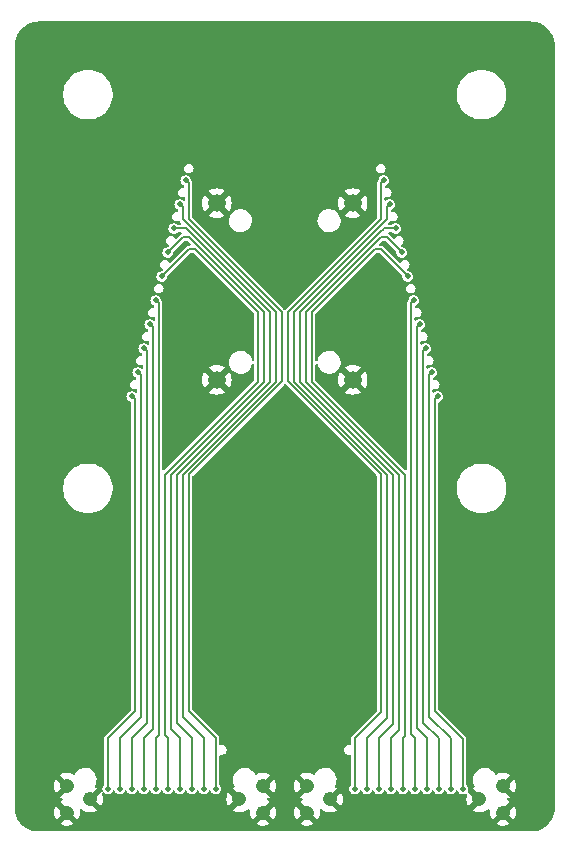
<source format=gbr>
G04 #@! TF.GenerationSoftware,KiCad,Pcbnew,7.0.10*
G04 #@! TF.CreationDate,2024-07-19T13:30:28-04:00*
G04 #@! TF.ProjectId,CanDoIt-v1,43616e44-6f49-4742-9d76-312e6b696361,rev?*
G04 #@! TF.SameCoordinates,Original*
G04 #@! TF.FileFunction,Copper,L3,Inr*
G04 #@! TF.FilePolarity,Positive*
%FSLAX46Y46*%
G04 Gerber Fmt 4.6, Leading zero omitted, Abs format (unit mm)*
G04 Created by KiCad (PCBNEW 7.0.10) date 2024-07-19 13:30:28*
%MOMM*%
%LPD*%
G01*
G04 APERTURE LIST*
G04 #@! TA.AperFunction,ComponentPad*
%ADD10C,1.500000*%
G04 #@! TD*
G04 #@! TA.AperFunction,ComponentPad*
%ADD11C,1.208000*%
G04 #@! TD*
G04 #@! TA.AperFunction,ViaPad*
%ADD12C,0.500000*%
G04 #@! TD*
G04 #@! TA.AperFunction,Conductor*
%ADD13C,0.203200*%
G04 #@! TD*
G04 APERTURE END LIST*
D10*
X5750000Y7475000D03*
X5750000Y-7475000D03*
X-5750000Y-7475000D03*
X-5750000Y7475000D03*
D11*
X18460000Y-44120000D03*
X18460000Y-41870000D03*
X16485000Y-43000000D03*
X3835000Y-43000000D03*
X1860000Y-44120000D03*
X1860000Y-41870000D03*
X-1860000Y-44120000D03*
X-1860000Y-41870000D03*
X-3835000Y-43000000D03*
X-16485000Y-43000000D03*
X-18460000Y-44120000D03*
X-18460000Y-41870000D03*
D12*
X-9398000Y5334000D03*
X-7874000Y-42115000D03*
X-9906000Y3302000D03*
X-8890000Y-42115000D03*
X-10414000Y1270000D03*
X-9906000Y-42115000D03*
X-10922000Y-762000D03*
X-10922000Y-42115000D03*
X-11430000Y-2794000D03*
X-11938000Y-42115000D03*
X-11938000Y-4826000D03*
X-12954000Y-42115000D03*
X-12446000Y-6858000D03*
X-13970000Y-42115000D03*
X-12954000Y-8890000D03*
X-14986000Y-42115000D03*
X8382000Y9398000D03*
X5918000Y-42115000D03*
X8890000Y7366000D03*
X6934000Y-42115000D03*
X9398000Y5334000D03*
X7950000Y-42115000D03*
X9906000Y3302000D03*
X8966000Y-42115000D03*
X10414000Y1270000D03*
X9982000Y-42115000D03*
X10922000Y-762000D03*
X10998000Y-42115000D03*
X11430000Y-2794000D03*
X12014000Y-42115000D03*
X-8382000Y9398000D03*
X-5842000Y-42115000D03*
X-8890000Y7366000D03*
X-6858000Y-42115000D03*
X12954000Y-8890000D03*
X15062000Y-42115000D03*
X12446000Y-6858000D03*
X14046000Y-42115000D03*
X11938000Y-4826000D03*
X13030000Y-42115000D03*
D13*
X-8371788Y5334000D02*
X-1270000Y-1767788D01*
X-1270000Y-7630212D02*
X-9144000Y-15504212D01*
X-9144000Y-15504212D02*
X-9144000Y-36576000D01*
X-9398000Y5334000D02*
X-8371788Y5334000D01*
X-1270000Y-1767788D02*
X-1270000Y-7630212D01*
X-7874000Y-37846000D02*
X-7874000Y-42115000D01*
X-9144000Y-36576000D02*
X-7874000Y-37846000D01*
X-9906000Y3302000D02*
X-8636000Y4572000D01*
X-1778000Y-1762682D02*
X-1778000Y-7635318D01*
X-1778000Y-7635318D02*
X-9652000Y-15509318D01*
X-8636000Y4572000D02*
X-8112682Y4572000D01*
X-9652000Y-37084000D02*
X-8890000Y-37846000D01*
X-8112682Y4572000D02*
X-1778000Y-1762682D01*
X-9652000Y-15509318D02*
X-9652000Y-37084000D01*
X-8890000Y-37846000D02*
X-8890000Y-42115000D01*
X-2286000Y-1757576D02*
X-7599576Y3556000D01*
X-10160000Y-15514424D02*
X-2286000Y-7640424D01*
X-8128000Y3556000D02*
X-10414000Y1270000D01*
X-7599576Y3556000D02*
X-8128000Y3556000D01*
X-9906000Y-42115000D02*
X-9906000Y-37846000D01*
X-10160000Y-37592000D02*
X-10160000Y-15514424D01*
X-9906000Y-37846000D02*
X-10160000Y-37592000D01*
X-2286000Y-7640424D02*
X-2286000Y-1757576D01*
X-10922000Y-762000D02*
X-10668000Y-1016000D01*
X-10668000Y-1016000D02*
X-10668000Y-37543000D01*
X-10668000Y-37543000D02*
X-10922000Y-37797000D01*
X-10922000Y-37797000D02*
X-10922000Y-42115000D01*
X-11176000Y-37084000D02*
X-11938000Y-37846000D01*
X-11938000Y-37846000D02*
X-11938000Y-42115000D01*
X-11176000Y-3048000D02*
X-11176000Y-37084000D01*
X-11430000Y-2794000D02*
X-11176000Y-3048000D01*
X-12954000Y-42115000D02*
X-12954000Y-37846000D01*
X-11684000Y-5080000D02*
X-11938000Y-4826000D01*
X-12954000Y-37846000D02*
X-11684000Y-36576000D01*
X-11684000Y-36576000D02*
X-11684000Y-5080000D01*
X-13970000Y-42115000D02*
X-13970000Y-37846000D01*
X-12192000Y-36068000D02*
X-12192000Y-7112000D01*
X-13970000Y-37846000D02*
X-12192000Y-36068000D01*
X-12192000Y-7112000D02*
X-12446000Y-6858000D01*
X-12700000Y-9144000D02*
X-12700000Y-35560000D01*
X-14986000Y-37846000D02*
X-14986000Y-42115000D01*
X-12954000Y-8890000D02*
X-12700000Y-9144000D01*
X-12700000Y-35560000D02*
X-14986000Y-37846000D01*
X8382000Y9398000D02*
X8128000Y9144000D01*
X8128000Y9144000D02*
X8128000Y6096000D01*
X254000Y-7620000D02*
X8128000Y-15494000D01*
X254000Y-1778000D02*
X254000Y-7620000D01*
X5918000Y-37846000D02*
X5918000Y-42115000D01*
X8128000Y-35636000D02*
X5918000Y-37846000D01*
X8128000Y-15494000D02*
X8128000Y-35636000D01*
X8128000Y6096000D02*
X254000Y-1778000D01*
X8636000Y7112000D02*
X8636000Y6096000D01*
X762000Y-7625106D02*
X8636000Y-15499106D01*
X8636000Y-36144000D02*
X6934000Y-37846000D01*
X762000Y-1772894D02*
X762000Y-7625106D01*
X8122894Y5588000D02*
X762000Y-1772894D01*
X6934000Y-37846000D02*
X6934000Y-42115000D01*
X8636000Y6096000D02*
X8128000Y5588000D01*
X8128000Y5588000D02*
X8122894Y5588000D01*
X8890000Y7366000D02*
X8636000Y7112000D01*
X8636000Y-15499106D02*
X8636000Y-36144000D01*
X8275294Y5232400D02*
X8270188Y5232400D01*
X8270188Y5232400D02*
X1270000Y-1767788D01*
X8376894Y5334000D02*
X8275294Y5232400D01*
X1270000Y-7630212D02*
X9144000Y-15504212D01*
X9144000Y-36652000D02*
X7950000Y-37846000D01*
X1270000Y-1767788D02*
X1270000Y-7630212D01*
X9398000Y5334000D02*
X8376894Y5334000D01*
X9144000Y-15504212D02*
X9144000Y-36652000D01*
X7950000Y-37846000D02*
X7950000Y-42115000D01*
X1778000Y-7635318D02*
X9652000Y-15509318D01*
X9652000Y-37111000D02*
X8966000Y-37797000D01*
X8112682Y4572000D02*
X1778000Y-1762682D01*
X1778000Y-1762682D02*
X1778000Y-7635318D01*
X8636000Y4572000D02*
X8112682Y4572000D01*
X8966000Y-37797000D02*
X8966000Y-42115000D01*
X9906000Y3302000D02*
X8636000Y4572000D01*
X9652000Y-15509318D02*
X9652000Y-37111000D01*
X2286000Y-1778000D02*
X2286000Y-7640424D01*
X9982000Y-37797000D02*
X9982000Y-42115000D01*
X10414000Y1270000D02*
X8128000Y3556000D01*
X7620000Y3556000D02*
X2286000Y-1778000D01*
X8128000Y3556000D02*
X7620000Y3556000D01*
X10160000Y-15514424D02*
X10160000Y-37619000D01*
X10160000Y-37619000D02*
X9982000Y-37797000D01*
X2286000Y-7640424D02*
X10160000Y-15514424D01*
X10922000Y-762000D02*
X10668000Y-1016000D01*
X10668000Y-1016000D02*
X10668000Y-37467000D01*
X10668000Y-37467000D02*
X10998000Y-37797000D01*
X10998000Y-37797000D02*
X10998000Y-42115000D01*
X12014000Y-37797000D02*
X12014000Y-42115000D01*
X11430000Y-2794000D02*
X11176000Y-3048000D01*
X11176000Y-36959000D02*
X12014000Y-37797000D01*
X11176000Y-3048000D02*
X11176000Y-36959000D01*
X-254000Y-1778000D02*
X-8128000Y6096000D01*
X-5842000Y-42115000D02*
X-5842000Y-37846000D01*
X-8128000Y-35560000D02*
X-8128000Y-15494000D01*
X-8128000Y-15494000D02*
X-254000Y-7620000D01*
X-8128000Y9144000D02*
X-8382000Y9398000D01*
X-254000Y-7620000D02*
X-254000Y-1778000D01*
X-5842000Y-37846000D02*
X-8128000Y-35560000D01*
X-8128000Y6096000D02*
X-8128000Y9144000D01*
X-762000Y-1772894D02*
X-8636000Y6101106D01*
X-762000Y-7625106D02*
X-762000Y-1772894D01*
X-8636000Y-15499106D02*
X-762000Y-7625106D01*
X-8636000Y6101106D02*
X-8636000Y7112000D01*
X-8636000Y-36068000D02*
X-8636000Y-15499106D01*
X-8636000Y7112000D02*
X-8890000Y7366000D01*
X-6858000Y-37846000D02*
X-8636000Y-36068000D01*
X-6858000Y-42115000D02*
X-6858000Y-37846000D01*
X12700000Y-35522000D02*
X15062000Y-37884000D01*
X12954000Y-8890000D02*
X12700000Y-9144000D01*
X12700000Y-9144000D02*
X12700000Y-35522000D01*
X15062000Y-37884000D02*
X15062000Y-42115000D01*
X12192000Y-7112000D02*
X12192000Y-35992000D01*
X12446000Y-6858000D02*
X12192000Y-7112000D01*
X12192000Y-35992000D02*
X14046000Y-37846000D01*
X14046000Y-37846000D02*
X14046000Y-42115000D01*
X11684000Y-36500000D02*
X13030000Y-37846000D01*
X13030000Y-37846000D02*
X13030000Y-42115000D01*
X11684000Y-5080000D02*
X11684000Y-36500000D01*
X11938000Y-4826000D02*
X11684000Y-5080000D01*
G04 #@! TA.AperFunction,Conductor*
G36*
X20863279Y22859285D02*
G01*
X20866854Y22859050D01*
X20943364Y22854035D01*
X20943960Y22853994D01*
X21123034Y22841186D01*
X21135482Y22839509D01*
X21248536Y22817022D01*
X21250295Y22816656D01*
X21391516Y22785935D01*
X21402468Y22782895D01*
X21518008Y22743675D01*
X21520829Y22742671D01*
X21649911Y22694525D01*
X21659249Y22690493D01*
X21771059Y22635354D01*
X21774776Y22633424D01*
X21893393Y22568655D01*
X21901072Y22564006D01*
X22005802Y22494027D01*
X22010199Y22490915D01*
X22117436Y22410638D01*
X22123478Y22405739D01*
X22218545Y22322368D01*
X22223350Y22317868D01*
X22317868Y22223350D01*
X22322368Y22218545D01*
X22405739Y22123478D01*
X22410638Y22117436D01*
X22490915Y22010199D01*
X22494027Y22005802D01*
X22564006Y21901072D01*
X22568655Y21893393D01*
X22633424Y21774776D01*
X22635354Y21771059D01*
X22690493Y21659249D01*
X22694525Y21649911D01*
X22742671Y21520829D01*
X22743675Y21518008D01*
X22782895Y21402468D01*
X22785935Y21391516D01*
X22816656Y21250295D01*
X22817022Y21248536D01*
X22839509Y21135482D01*
X22841186Y21123034D01*
X22853994Y20943960D01*
X22854035Y20943364D01*
X22859285Y20863281D01*
X22859500Y20856700D01*
X22859500Y-43716700D01*
X22859285Y-43723281D01*
X22854035Y-43803364D01*
X22853994Y-43803960D01*
X22841186Y-43983034D01*
X22839509Y-43995482D01*
X22817022Y-44108536D01*
X22816656Y-44110295D01*
X22785935Y-44251516D01*
X22782895Y-44262468D01*
X22743675Y-44378008D01*
X22742671Y-44380829D01*
X22694525Y-44509911D01*
X22690493Y-44519249D01*
X22635354Y-44631059D01*
X22633424Y-44634776D01*
X22568655Y-44753393D01*
X22564006Y-44761072D01*
X22494027Y-44865802D01*
X22490915Y-44870199D01*
X22410638Y-44977436D01*
X22405739Y-44983478D01*
X22322368Y-45078545D01*
X22317868Y-45083350D01*
X22223350Y-45177868D01*
X22218545Y-45182368D01*
X22123478Y-45265739D01*
X22117436Y-45270638D01*
X22010199Y-45350915D01*
X22005802Y-45354027D01*
X21901072Y-45424006D01*
X21893393Y-45428655D01*
X21774776Y-45493424D01*
X21771059Y-45495354D01*
X21659249Y-45550493D01*
X21649911Y-45554525D01*
X21520829Y-45602671D01*
X21518008Y-45603675D01*
X21402468Y-45642895D01*
X21391516Y-45645935D01*
X21250295Y-45676656D01*
X21248536Y-45677022D01*
X21135482Y-45699509D01*
X21123034Y-45701186D01*
X20943960Y-45713994D01*
X20943364Y-45714035D01*
X20866854Y-45719050D01*
X20863279Y-45719285D01*
X20856700Y-45719500D01*
X-20856700Y-45719500D01*
X-20863279Y-45719285D01*
X-20866854Y-45719050D01*
X-20943364Y-45714035D01*
X-20943960Y-45713994D01*
X-21123034Y-45701186D01*
X-21135482Y-45699509D01*
X-21248536Y-45677022D01*
X-21250295Y-45676656D01*
X-21391516Y-45645935D01*
X-21402468Y-45642895D01*
X-21518008Y-45603675D01*
X-21520829Y-45602671D01*
X-21649911Y-45554525D01*
X-21659248Y-45550493D01*
X-21771057Y-45495355D01*
X-21774776Y-45493424D01*
X-21893400Y-45428650D01*
X-21901077Y-45424002D01*
X-22005791Y-45354035D01*
X-22010188Y-45350923D01*
X-22117436Y-45270638D01*
X-22123479Y-45265739D01*
X-22218551Y-45182363D01*
X-22223356Y-45177863D01*
X-22317863Y-45083356D01*
X-22322363Y-45078551D01*
X-22341135Y-45057146D01*
X-19043592Y-45057146D01*
X-18954205Y-45112492D01*
X-18763418Y-45186404D01*
X-18562302Y-45224000D01*
X-18357697Y-45224000D01*
X-18156581Y-45186404D01*
X-17965798Y-45112494D01*
X-17876406Y-45057146D01*
X-2443592Y-45057146D01*
X-2354205Y-45112492D01*
X-2163418Y-45186404D01*
X-1962302Y-45224000D01*
X-1757697Y-45224000D01*
X-1556581Y-45186404D01*
X-1365798Y-45112494D01*
X-1276406Y-45057146D01*
X1276406Y-45057146D01*
X1365798Y-45112494D01*
X1556581Y-45186404D01*
X1757697Y-45224000D01*
X1962302Y-45224000D01*
X2163418Y-45186404D01*
X2354205Y-45112492D01*
X2443592Y-45057146D01*
X17876405Y-45057146D01*
X17965798Y-45112494D01*
X18156581Y-45186404D01*
X18357697Y-45224000D01*
X18562302Y-45224000D01*
X18763418Y-45186404D01*
X18954205Y-45112492D01*
X19043592Y-45057146D01*
X18460000Y-44473553D01*
X17876405Y-45057146D01*
X2443592Y-45057146D01*
X1860000Y-44473553D01*
X1276406Y-45057146D01*
X-1276406Y-45057146D01*
X-1860000Y-44473553D01*
X-2443592Y-45057146D01*
X-17876406Y-45057146D01*
X-18460000Y-44473553D01*
X-19043592Y-45057146D01*
X-22341135Y-45057146D01*
X-22405739Y-44983479D01*
X-22410638Y-44977436D01*
X-22490923Y-44870188D01*
X-22494035Y-44865791D01*
X-22564002Y-44761077D01*
X-22568650Y-44753400D01*
X-22633424Y-44634776D01*
X-22635355Y-44631057D01*
X-22690493Y-44519248D01*
X-22694525Y-44509911D01*
X-22742671Y-44380829D01*
X-22743675Y-44378008D01*
X-22782895Y-44262468D01*
X-22785935Y-44251516D01*
X-22814545Y-44120000D01*
X-19568729Y-44120000D01*
X-19549852Y-44323724D01*
X-19549852Y-44323725D01*
X-19493859Y-44520520D01*
X-19493858Y-44520522D01*
X-19402658Y-44703674D01*
X-19402657Y-44703677D01*
X-19400322Y-44706767D01*
X-19400321Y-44706767D01*
X-18813553Y-44119999D01*
X-19400320Y-43533231D01*
X-19402659Y-43536327D01*
X-19402663Y-43536334D01*
X-19493858Y-43719477D01*
X-19493859Y-43719479D01*
X-19549852Y-43916274D01*
X-19549852Y-43916275D01*
X-19568729Y-44120000D01*
X-22814545Y-44120000D01*
X-22816656Y-44110295D01*
X-22817022Y-44108536D01*
X-22839509Y-43995482D01*
X-22841186Y-43983034D01*
X-22853994Y-43803960D01*
X-22854035Y-43803364D01*
X-22859285Y-43723281D01*
X-22859500Y-43716700D01*
X-22859500Y-43182853D01*
X-19043593Y-43182853D01*
X-18460000Y-43766447D01*
X-18456447Y-43770000D01*
X-18489005Y-43770000D01*
X-18575216Y-43784386D01*
X-18677947Y-43839981D01*
X-18757060Y-43925921D01*
X-18803982Y-44032892D01*
X-18813628Y-44149302D01*
X-18784953Y-44262538D01*
X-18721064Y-44360327D01*
X-18628885Y-44432072D01*
X-18518405Y-44470000D01*
X-18430995Y-44470000D01*
X-18344784Y-44455614D01*
X-18242053Y-44400019D01*
X-18162940Y-44314079D01*
X-18116018Y-44207108D01*
X-18108619Y-44117826D01*
X-17519678Y-44706767D01*
X-17517335Y-44703665D01*
X-17426143Y-44520527D01*
X-17426140Y-44520520D01*
X-17370147Y-44323725D01*
X-17370147Y-44323724D01*
X-17351270Y-44119999D01*
X-17369395Y-43924388D01*
X-17355720Y-43863736D01*
X-17309006Y-43822706D01*
X-17247097Y-43816970D01*
X-17201449Y-43840763D01*
X-17153160Y-43884785D01*
X-17153156Y-43884788D01*
X-16979201Y-43992494D01*
X-16788418Y-44066404D01*
X-16587302Y-44104000D01*
X-16382697Y-44104000D01*
X-16181581Y-44066404D01*
X-15990798Y-43992494D01*
X-15901406Y-43937146D01*
X-15901405Y-43937145D01*
X-16488551Y-43350000D01*
X-16455995Y-43350000D01*
X-16369784Y-43335614D01*
X-16267053Y-43280019D01*
X-16187940Y-43194079D01*
X-16141018Y-43087108D01*
X-16133800Y-42999999D01*
X-16131446Y-42999999D01*
X-15544678Y-43586767D01*
X-15542335Y-43583665D01*
X-15451143Y-43400527D01*
X-15451140Y-43400520D01*
X-15395147Y-43203725D01*
X-15395147Y-43203724D01*
X-15376270Y-43000000D01*
X-4943729Y-43000000D01*
X-4924852Y-43203724D01*
X-4924852Y-43203725D01*
X-4868859Y-43400520D01*
X-4868858Y-43400522D01*
X-4777658Y-43583674D01*
X-4777657Y-43583677D01*
X-4775322Y-43586767D01*
X-4775321Y-43586767D01*
X-4188553Y-42999999D01*
X-4775320Y-42413231D01*
X-4777659Y-42416327D01*
X-4777663Y-42416334D01*
X-4868858Y-42599477D01*
X-4868859Y-42599479D01*
X-4924852Y-42796274D01*
X-4924852Y-42796275D01*
X-4943729Y-43000000D01*
X-15376270Y-43000000D01*
X-15395147Y-42796275D01*
X-15395147Y-42796274D01*
X-15451140Y-42599480D01*
X-15481664Y-42538180D01*
X-15490822Y-42476684D01*
X-15462084Y-42421550D01*
X-15406428Y-42393836D01*
X-15345112Y-42404130D01*
X-15315581Y-42427460D01*
X-15286165Y-42461409D01*
X-15176412Y-42531943D01*
X-15051232Y-42568700D01*
X-15051231Y-42568700D01*
X-14920769Y-42568700D01*
X-14920768Y-42568700D01*
X-14795588Y-42531943D01*
X-14685835Y-42461409D01*
X-14681812Y-42456767D01*
X-14646121Y-42415577D01*
X-14600399Y-42362811D01*
X-14600398Y-42362809D01*
X-14600397Y-42362808D01*
X-14569509Y-42295171D01*
X-14527468Y-42249365D01*
X-14466533Y-42237018D01*
X-14409977Y-42262846D01*
X-14386491Y-42295170D01*
X-14355601Y-42362811D01*
X-14270165Y-42461409D01*
X-14160412Y-42531943D01*
X-14035232Y-42568700D01*
X-14035231Y-42568700D01*
X-13904769Y-42568700D01*
X-13904768Y-42568700D01*
X-13779588Y-42531943D01*
X-13669835Y-42461409D01*
X-13665812Y-42456767D01*
X-13630121Y-42415577D01*
X-13584399Y-42362811D01*
X-13584398Y-42362809D01*
X-13584397Y-42362808D01*
X-13553509Y-42295171D01*
X-13511468Y-42249365D01*
X-13450533Y-42237018D01*
X-13393977Y-42262846D01*
X-13370491Y-42295170D01*
X-13339601Y-42362811D01*
X-13254165Y-42461409D01*
X-13144412Y-42531943D01*
X-13019232Y-42568700D01*
X-13019231Y-42568700D01*
X-12888769Y-42568700D01*
X-12888768Y-42568700D01*
X-12763588Y-42531943D01*
X-12653835Y-42461409D01*
X-12649812Y-42456767D01*
X-12614121Y-42415577D01*
X-12568399Y-42362811D01*
X-12568398Y-42362809D01*
X-12568397Y-42362808D01*
X-12537509Y-42295171D01*
X-12495468Y-42249365D01*
X-12434533Y-42237018D01*
X-12377977Y-42262846D01*
X-12354491Y-42295170D01*
X-12323601Y-42362811D01*
X-12238165Y-42461409D01*
X-12128412Y-42531943D01*
X-12003232Y-42568700D01*
X-12003231Y-42568700D01*
X-11872769Y-42568700D01*
X-11872768Y-42568700D01*
X-11747588Y-42531943D01*
X-11637835Y-42461409D01*
X-11633812Y-42456767D01*
X-11598121Y-42415577D01*
X-11552399Y-42362811D01*
X-11552398Y-42362809D01*
X-11552397Y-42362808D01*
X-11521509Y-42295171D01*
X-11479468Y-42249365D01*
X-11418533Y-42237018D01*
X-11361977Y-42262846D01*
X-11338491Y-42295170D01*
X-11307601Y-42362811D01*
X-11222165Y-42461409D01*
X-11112412Y-42531943D01*
X-10987232Y-42568700D01*
X-10987231Y-42568700D01*
X-10856769Y-42568700D01*
X-10856768Y-42568700D01*
X-10731588Y-42531943D01*
X-10621835Y-42461409D01*
X-10617812Y-42456767D01*
X-10582121Y-42415577D01*
X-10536399Y-42362811D01*
X-10536398Y-42362809D01*
X-10536397Y-42362808D01*
X-10505509Y-42295171D01*
X-10463468Y-42249365D01*
X-10402533Y-42237018D01*
X-10345977Y-42262846D01*
X-10322491Y-42295170D01*
X-10291601Y-42362811D01*
X-10206165Y-42461409D01*
X-10096412Y-42531943D01*
X-9971232Y-42568700D01*
X-9971231Y-42568700D01*
X-9840769Y-42568700D01*
X-9840768Y-42568700D01*
X-9715588Y-42531943D01*
X-9605835Y-42461409D01*
X-9601812Y-42456767D01*
X-9566121Y-42415577D01*
X-9520399Y-42362811D01*
X-9520398Y-42362809D01*
X-9520397Y-42362808D01*
X-9489509Y-42295171D01*
X-9447468Y-42249365D01*
X-9386533Y-42237018D01*
X-9329977Y-42262846D01*
X-9306491Y-42295170D01*
X-9275601Y-42362811D01*
X-9190165Y-42461409D01*
X-9080412Y-42531943D01*
X-8955232Y-42568700D01*
X-8955231Y-42568700D01*
X-8824769Y-42568700D01*
X-8824768Y-42568700D01*
X-8699588Y-42531943D01*
X-8589835Y-42461409D01*
X-8585812Y-42456767D01*
X-8550121Y-42415577D01*
X-8504399Y-42362811D01*
X-8504398Y-42362809D01*
X-8504397Y-42362808D01*
X-8473509Y-42295171D01*
X-8431468Y-42249365D01*
X-8370533Y-42237018D01*
X-8313977Y-42262846D01*
X-8290491Y-42295170D01*
X-8259601Y-42362811D01*
X-8174165Y-42461409D01*
X-8064412Y-42531943D01*
X-7939232Y-42568700D01*
X-7939231Y-42568700D01*
X-7808769Y-42568700D01*
X-7808768Y-42568700D01*
X-7683588Y-42531943D01*
X-7573835Y-42461409D01*
X-7569812Y-42456767D01*
X-7534121Y-42415577D01*
X-7488399Y-42362811D01*
X-7488398Y-42362809D01*
X-7488397Y-42362808D01*
X-7457509Y-42295171D01*
X-7415468Y-42249365D01*
X-7354533Y-42237018D01*
X-7297977Y-42262846D01*
X-7274491Y-42295170D01*
X-7243601Y-42362811D01*
X-7158165Y-42461409D01*
X-7048412Y-42531943D01*
X-6923232Y-42568700D01*
X-6923231Y-42568700D01*
X-6792769Y-42568700D01*
X-6792768Y-42568700D01*
X-6667588Y-42531943D01*
X-6557835Y-42461409D01*
X-6553812Y-42456767D01*
X-6518121Y-42415577D01*
X-6472399Y-42362811D01*
X-6472398Y-42362809D01*
X-6472397Y-42362808D01*
X-6441509Y-42295171D01*
X-6399468Y-42249365D01*
X-6338533Y-42237018D01*
X-6281977Y-42262846D01*
X-6258491Y-42295170D01*
X-6227601Y-42362811D01*
X-6142165Y-42461409D01*
X-6032412Y-42531943D01*
X-5907232Y-42568700D01*
X-5907231Y-42568700D01*
X-5776769Y-42568700D01*
X-5776768Y-42568700D01*
X-5651588Y-42531943D01*
X-5541835Y-42461409D01*
X-5537812Y-42456767D01*
X-5502121Y-42415577D01*
X-5456399Y-42362811D01*
X-5456398Y-42362809D01*
X-5456397Y-42362808D01*
X-5402202Y-42244136D01*
X-5383635Y-42115000D01*
X-5383635Y-42114999D01*
X-5391132Y-42062853D01*
X-4418593Y-42062853D01*
X-3835000Y-42646447D01*
X-3831447Y-42650000D01*
X-3864005Y-42650000D01*
X-3950216Y-42664386D01*
X-4052947Y-42719981D01*
X-4132060Y-42805921D01*
X-4178982Y-42912892D01*
X-4188628Y-43029302D01*
X-4159953Y-43142538D01*
X-4096064Y-43240327D01*
X-4003885Y-43312072D01*
X-3893405Y-43350000D01*
X-3831446Y-43350000D01*
X-4418592Y-43937146D01*
X-4329205Y-43992492D01*
X-4138418Y-44066404D01*
X-3937302Y-44104000D01*
X-3732697Y-44104000D01*
X-3531581Y-44066404D01*
X-3340798Y-43992494D01*
X-3166843Y-43884788D01*
X-3166839Y-43884785D01*
X-3118549Y-43840762D01*
X-3061907Y-43815124D01*
X-3001013Y-43827675D01*
X-2959126Y-43873622D01*
X-2950604Y-43924388D01*
X-2968729Y-44120000D01*
X-2949852Y-44323724D01*
X-2949852Y-44323725D01*
X-2893859Y-44520520D01*
X-2893858Y-44520522D01*
X-2802658Y-44703674D01*
X-2802657Y-44703677D01*
X-2800322Y-44706767D01*
X-2800321Y-44706767D01*
X-2210987Y-44117433D01*
X-2213628Y-44149302D01*
X-2184953Y-44262538D01*
X-2121064Y-44360327D01*
X-2028885Y-44432072D01*
X-1918405Y-44470000D01*
X-1830995Y-44470000D01*
X-1744784Y-44455614D01*
X-1642053Y-44400019D01*
X-1562940Y-44314079D01*
X-1516018Y-44207108D01*
X-1508800Y-44119999D01*
X-1506446Y-44119999D01*
X-919678Y-44706767D01*
X-917335Y-44703665D01*
X-826143Y-44520527D01*
X-826140Y-44520520D01*
X-770147Y-44323725D01*
X-770147Y-44323724D01*
X-751270Y-44120000D01*
X751270Y-44120000D01*
X770147Y-44323724D01*
X770147Y-44323725D01*
X826140Y-44520520D01*
X826143Y-44520527D01*
X917335Y-44703665D01*
X919678Y-44706767D01*
X1506446Y-44119999D01*
X919678Y-43533231D01*
X919677Y-43533231D01*
X917342Y-43536323D01*
X826141Y-43719477D01*
X826140Y-43719479D01*
X770147Y-43916274D01*
X770147Y-43916275D01*
X751270Y-44120000D01*
X-751270Y-44120000D01*
X-770147Y-43916275D01*
X-770147Y-43916274D01*
X-826140Y-43719479D01*
X-826141Y-43719477D01*
X-917342Y-43536323D01*
X-919677Y-43533231D01*
X-919678Y-43533231D01*
X-1506446Y-44119999D01*
X-1508800Y-44119999D01*
X-1506372Y-44090698D01*
X-1535047Y-43977462D01*
X-1598936Y-43879673D01*
X-1691115Y-43807928D01*
X-1801595Y-43770000D01*
X-1863553Y-43770000D01*
X-1860000Y-43766447D01*
X-1276406Y-43182853D01*
X-1276406Y-43182852D01*
X-1365790Y-43127509D01*
X-1365798Y-43127505D01*
X-1465689Y-43088807D01*
X-1513887Y-43049530D01*
X-1529793Y-42989425D01*
X-1507333Y-42931450D01*
X-1465689Y-42901193D01*
X-1365798Y-42862494D01*
X-1276406Y-42807146D01*
X-1276405Y-42807145D01*
X1276405Y-42807145D01*
X1276406Y-42807146D01*
X1365798Y-42862494D01*
X1465689Y-42901193D01*
X1513887Y-42940470D01*
X1529793Y-43000575D01*
X1507333Y-43058550D01*
X1465689Y-43088807D01*
X1365798Y-43127505D01*
X1365790Y-43127509D01*
X1276406Y-43182852D01*
X1276406Y-43182853D01*
X1860000Y-43766447D01*
X1863553Y-43770000D01*
X1830995Y-43770000D01*
X1744784Y-43784386D01*
X1642053Y-43839981D01*
X1562940Y-43925921D01*
X1516018Y-44032892D01*
X1506372Y-44149302D01*
X1535047Y-44262538D01*
X1598936Y-44360327D01*
X1691115Y-44432072D01*
X1801595Y-44470000D01*
X1889005Y-44470000D01*
X1975216Y-44455614D01*
X2077947Y-44400019D01*
X2157060Y-44314079D01*
X2203982Y-44207108D01*
X2211380Y-44117826D01*
X2800321Y-44706767D01*
X2800322Y-44706767D01*
X2802657Y-44703677D01*
X2802658Y-44703674D01*
X2893858Y-44520522D01*
X2893859Y-44520520D01*
X2949852Y-44323725D01*
X2949852Y-44323724D01*
X2968729Y-44120000D01*
X2950604Y-43924388D01*
X2964279Y-43863736D01*
X3010993Y-43822706D01*
X3072902Y-43816970D01*
X3118549Y-43840762D01*
X3166839Y-43884785D01*
X3166843Y-43884788D01*
X3340798Y-43992494D01*
X3531581Y-44066404D01*
X3732697Y-44104000D01*
X3937302Y-44104000D01*
X4138418Y-44066404D01*
X4329205Y-43992492D01*
X4418592Y-43937146D01*
X4418591Y-43937145D01*
X15901405Y-43937145D01*
X15901406Y-43937146D01*
X15990798Y-43992494D01*
X16181581Y-44066404D01*
X16382697Y-44104000D01*
X16587302Y-44104000D01*
X16788418Y-44066404D01*
X16979201Y-43992494D01*
X17153156Y-43884788D01*
X17153160Y-43884785D01*
X17201449Y-43840763D01*
X17258091Y-43815124D01*
X17318985Y-43827675D01*
X17360872Y-43873621D01*
X17369395Y-43924388D01*
X17351270Y-44119999D01*
X17370147Y-44323724D01*
X17370147Y-44323725D01*
X17426140Y-44520520D01*
X17426143Y-44520527D01*
X17517335Y-44703665D01*
X17519678Y-44706767D01*
X18109012Y-44117433D01*
X18106372Y-44149302D01*
X18135047Y-44262538D01*
X18198936Y-44360327D01*
X18291115Y-44432072D01*
X18401595Y-44470000D01*
X18489005Y-44470000D01*
X18575216Y-44455614D01*
X18677947Y-44400019D01*
X18757060Y-44314079D01*
X18803982Y-44207108D01*
X18811200Y-44119999D01*
X18813553Y-44119999D01*
X19400321Y-44706767D01*
X19400322Y-44706767D01*
X19402657Y-44703677D01*
X19402658Y-44703674D01*
X19493858Y-44520522D01*
X19493859Y-44520520D01*
X19549852Y-44323725D01*
X19549852Y-44323724D01*
X19568729Y-44120000D01*
X19549852Y-43916275D01*
X19549852Y-43916274D01*
X19493859Y-43719479D01*
X19493858Y-43719477D01*
X19402663Y-43536334D01*
X19402659Y-43536327D01*
X19400320Y-43533231D01*
X18813553Y-44119999D01*
X18811200Y-44119999D01*
X18813628Y-44090698D01*
X18784953Y-43977462D01*
X18721064Y-43879673D01*
X18628885Y-43807928D01*
X18518405Y-43770000D01*
X18456447Y-43770000D01*
X18460000Y-43766447D01*
X19043593Y-43182853D01*
X19043592Y-43182852D01*
X18954209Y-43127509D01*
X18954192Y-43127500D01*
X18854309Y-43088805D01*
X18806111Y-43049529D01*
X18790205Y-42989424D01*
X18812665Y-42931448D01*
X18854309Y-42901192D01*
X18954205Y-42862492D01*
X19043592Y-42807146D01*
X18456446Y-42220000D01*
X18489005Y-42220000D01*
X18575216Y-42205614D01*
X18677947Y-42150019D01*
X18757060Y-42064079D01*
X18803982Y-41957108D01*
X18811200Y-41869999D01*
X18813553Y-41869999D01*
X19400321Y-42456767D01*
X19400322Y-42456767D01*
X19402657Y-42453677D01*
X19402658Y-42453674D01*
X19493858Y-42270522D01*
X19493859Y-42270520D01*
X19549852Y-42073725D01*
X19549852Y-42073724D01*
X19568729Y-41870000D01*
X19549852Y-41666275D01*
X19549852Y-41666274D01*
X19493859Y-41469479D01*
X19493858Y-41469477D01*
X19402663Y-41286334D01*
X19402659Y-41286327D01*
X19400320Y-41283231D01*
X18813553Y-41869999D01*
X18811200Y-41869999D01*
X18813628Y-41840698D01*
X18784953Y-41727462D01*
X18721064Y-41629673D01*
X18628885Y-41557928D01*
X18518405Y-41520000D01*
X18456447Y-41520000D01*
X18460000Y-41516447D01*
X19043593Y-40932853D01*
X19043592Y-40932852D01*
X18954209Y-40877509D01*
X18954201Y-40877505D01*
X18763418Y-40803595D01*
X18562303Y-40766000D01*
X18357697Y-40766000D01*
X18156581Y-40803595D01*
X17965798Y-40877505D01*
X17965792Y-40877508D01*
X17919661Y-40906070D01*
X17859272Y-40920862D01*
X17801722Y-40897333D01*
X17781331Y-40873751D01*
X17685380Y-40719811D01*
X17548691Y-40576014D01*
X17385854Y-40462676D01*
X17385852Y-40462675D01*
X17385849Y-40462673D01*
X17203540Y-40384439D01*
X17203538Y-40384438D01*
X17203535Y-40384437D01*
X17203532Y-40384436D01*
X17203531Y-40384436D01*
X17082389Y-40359541D01*
X17009199Y-40344500D01*
X16860527Y-40344500D01*
X16860526Y-40344500D01*
X16712620Y-40359540D01*
X16712615Y-40359541D01*
X16523323Y-40418932D01*
X16349853Y-40515216D01*
X16349852Y-40515217D01*
X16199319Y-40644445D01*
X16077879Y-40801331D01*
X15990505Y-40979455D01*
X15990504Y-40979457D01*
X15940775Y-41171523D01*
X15940775Y-41171524D01*
X15930728Y-41369660D01*
X15930728Y-41369663D01*
X15960770Y-41565773D01*
X16029675Y-41751820D01*
X16057291Y-41796126D01*
X16086207Y-41842518D01*
X16101180Y-41902862D01*
X16077824Y-41960483D01*
X16037176Y-41989537D01*
X15990801Y-42007503D01*
X15990790Y-42007509D01*
X15901406Y-42062852D01*
X15901406Y-42062853D01*
X16488553Y-42650000D01*
X16455995Y-42650000D01*
X16369784Y-42664386D01*
X16267053Y-42719981D01*
X16187940Y-42805921D01*
X16141018Y-42912892D01*
X16131372Y-43029302D01*
X16160047Y-43142538D01*
X16223936Y-43240327D01*
X16316115Y-43312072D01*
X16426595Y-43350000D01*
X16488551Y-43350000D01*
X15901405Y-43937145D01*
X4418591Y-43937145D01*
X3831446Y-43350000D01*
X3864005Y-43350000D01*
X3950216Y-43335614D01*
X4052947Y-43280019D01*
X4132060Y-43194079D01*
X4178982Y-43087108D01*
X4186200Y-42999999D01*
X4188553Y-42999999D01*
X4775321Y-43586767D01*
X4775322Y-43586767D01*
X4777657Y-43583677D01*
X4777658Y-43583674D01*
X4868858Y-43400522D01*
X4868859Y-43400520D01*
X4924852Y-43203725D01*
X4924852Y-43203724D01*
X4943729Y-43000000D01*
X4924852Y-42796275D01*
X4924852Y-42796274D01*
X4868859Y-42599479D01*
X4868858Y-42599477D01*
X4777663Y-42416334D01*
X4777659Y-42416327D01*
X4775320Y-42413231D01*
X4188553Y-42999999D01*
X4186200Y-42999999D01*
X4188628Y-42970698D01*
X4159953Y-42857462D01*
X4096064Y-42759673D01*
X4003885Y-42687928D01*
X3893405Y-42650000D01*
X3831447Y-42650000D01*
X3835000Y-42646447D01*
X4418593Y-42062853D01*
X4418592Y-42062852D01*
X4329209Y-42007509D01*
X4329201Y-42007505D01*
X4287441Y-41991327D01*
X4239243Y-41952050D01*
X4223337Y-41891945D01*
X4241196Y-41844108D01*
X4239420Y-41843002D01*
X4242119Y-41838670D01*
X4242119Y-41838669D01*
X4242122Y-41838666D01*
X4329495Y-41660544D01*
X4379224Y-41468480D01*
X4389272Y-41270337D01*
X4359230Y-41074227D01*
X4290325Y-40888180D01*
X4185380Y-40719811D01*
X4048691Y-40576014D01*
X3885854Y-40462676D01*
X3885852Y-40462675D01*
X3885849Y-40462673D01*
X3703540Y-40384439D01*
X3703538Y-40384438D01*
X3703535Y-40384437D01*
X3703532Y-40384436D01*
X3703531Y-40384436D01*
X3582389Y-40359541D01*
X3509199Y-40344500D01*
X3360527Y-40344500D01*
X3360526Y-40344500D01*
X3212620Y-40359540D01*
X3212615Y-40359541D01*
X3023323Y-40418932D01*
X2849853Y-40515216D01*
X2849852Y-40515217D01*
X2699319Y-40644445D01*
X2577878Y-40801332D01*
X2577877Y-40801333D01*
X2545999Y-40866321D01*
X2502708Y-40910947D01*
X2441454Y-40921605D01*
X2402723Y-40907548D01*
X2354201Y-40877505D01*
X2163418Y-40803595D01*
X1962303Y-40766000D01*
X1757697Y-40766000D01*
X1556581Y-40803595D01*
X1365798Y-40877505D01*
X1365790Y-40877509D01*
X1276406Y-40932852D01*
X1276406Y-40932853D01*
X1863553Y-41520000D01*
X1830995Y-41520000D01*
X1744784Y-41534386D01*
X1642053Y-41589981D01*
X1562940Y-41675921D01*
X1516018Y-41782892D01*
X1506372Y-41899302D01*
X1535047Y-42012538D01*
X1598936Y-42110327D01*
X1691115Y-42182072D01*
X1801595Y-42220000D01*
X1863551Y-42220000D01*
X1276405Y-42807145D01*
X-1276405Y-42807145D01*
X-1863551Y-42220000D01*
X-1830995Y-42220000D01*
X-1744784Y-42205614D01*
X-1642053Y-42150019D01*
X-1562940Y-42064079D01*
X-1516018Y-41957108D01*
X-1508800Y-41869999D01*
X-1506446Y-41869999D01*
X-919678Y-42456767D01*
X-917335Y-42453665D01*
X-826143Y-42270527D01*
X-826140Y-42270520D01*
X-770147Y-42073725D01*
X-770147Y-42073724D01*
X-751270Y-41870000D01*
X751270Y-41870000D01*
X770147Y-42073724D01*
X770147Y-42073725D01*
X826140Y-42270520D01*
X826143Y-42270527D01*
X917335Y-42453665D01*
X919678Y-42456767D01*
X1506446Y-41869999D01*
X919678Y-41283231D01*
X919677Y-41283231D01*
X917342Y-41286323D01*
X826141Y-41469477D01*
X826140Y-41469479D01*
X770147Y-41666274D01*
X770147Y-41666275D01*
X751270Y-41870000D01*
X-751270Y-41870000D01*
X-770147Y-41666275D01*
X-770147Y-41666274D01*
X-826140Y-41469479D01*
X-826141Y-41469477D01*
X-917342Y-41286323D01*
X-919677Y-41283231D01*
X-919678Y-41283231D01*
X-1506446Y-41869999D01*
X-1508800Y-41869999D01*
X-1506372Y-41840698D01*
X-1535047Y-41727462D01*
X-1598936Y-41629673D01*
X-1691115Y-41557928D01*
X-1801595Y-41520000D01*
X-1863553Y-41520000D01*
X-1276406Y-40932853D01*
X-1276406Y-40932852D01*
X-1365790Y-40877509D01*
X-1365798Y-40877505D01*
X-1556581Y-40803595D01*
X-1757697Y-40766000D01*
X-1962303Y-40766000D01*
X-2163418Y-40803595D01*
X-2354201Y-40877505D01*
X-2354209Y-40877509D01*
X-2400336Y-40906069D01*
X-2460724Y-40920862D01*
X-2518275Y-40897334D01*
X-2538667Y-40873751D01*
X-2634617Y-40719814D01*
X-2634620Y-40719811D01*
X-2771306Y-40576016D01*
X-2934150Y-40462673D01*
X-3116459Y-40384439D01*
X-3116468Y-40384436D01*
X-3242996Y-40358434D01*
X-3310801Y-40344500D01*
X-3459473Y-40344500D01*
X-3459474Y-40344500D01*
X-3607379Y-40359540D01*
X-3607384Y-40359541D01*
X-3796676Y-40418932D01*
X-3970146Y-40515216D01*
X-3970147Y-40515217D01*
X-4120680Y-40644445D01*
X-4214771Y-40766000D01*
X-4242122Y-40801334D01*
X-4329495Y-40979456D01*
X-4379224Y-41171520D01*
X-4389272Y-41369663D01*
X-4359230Y-41565773D01*
X-4290325Y-41751820D01*
X-4233790Y-41842520D01*
X-4218818Y-41902861D01*
X-4242173Y-41960481D01*
X-4282823Y-41989537D01*
X-4329195Y-42007502D01*
X-4329209Y-42007509D01*
X-4418592Y-42062852D01*
X-4418593Y-42062853D01*
X-5391132Y-42062853D01*
X-5402202Y-41985863D01*
X-5456397Y-41867191D01*
X-5493538Y-41824329D01*
X-5512129Y-41802872D01*
X-5536331Y-41745604D01*
X-5536700Y-41736995D01*
X-5536700Y-39304175D01*
X-5517487Y-39245044D01*
X-5467187Y-39208499D01*
X-5420363Y-39204814D01*
X-5334003Y-39218492D01*
X-5334000Y-39218492D01*
X-5333997Y-39218492D01*
X-5247640Y-39204814D01*
X-5208696Y-39198646D01*
X-5095658Y-39141050D01*
X-5005950Y-39051342D01*
X-4948354Y-38938304D01*
X-4948353Y-38938301D01*
X-4928508Y-38813002D01*
X-4928508Y-38812997D01*
X-4948353Y-38687698D01*
X-4948354Y-38687695D01*
X-5005949Y-38574658D01*
X-5095658Y-38484949D01*
X-5208695Y-38427354D01*
X-5208698Y-38427353D01*
X-5333997Y-38407508D01*
X-5333998Y-38407508D01*
X-5333999Y-38407508D01*
X-5334000Y-38407508D01*
X-5358946Y-38411459D01*
X-5420364Y-38421186D01*
X-5481772Y-38411459D01*
X-5525736Y-38367494D01*
X-5536700Y-38321824D01*
X-5536700Y-37912211D01*
X-5534432Y-37898314D01*
X-5535678Y-37898141D01*
X-5534390Y-37888911D01*
X-5535072Y-37874171D01*
X-5536593Y-37841254D01*
X-5536700Y-37836618D01*
X-5536700Y-37817707D01*
X-5536725Y-37817574D01*
X-5538325Y-37803766D01*
X-5539661Y-37774896D01*
X-5539662Y-37774890D01*
X-5543694Y-37765758D01*
X-5550549Y-37743618D01*
X-5552383Y-37733806D01*
X-5552384Y-37733804D01*
X-5567599Y-37709231D01*
X-5574094Y-37696909D01*
X-5585766Y-37670473D01*
X-5592830Y-37663409D01*
X-5607213Y-37645250D01*
X-5612469Y-37636761D01*
X-5612471Y-37636759D01*
X-5635533Y-37619343D01*
X-5646039Y-37610200D01*
X-7793235Y-35463005D01*
X-7821461Y-35407607D01*
X-7822700Y-35391870D01*
X-7822700Y-15662129D01*
X-7803487Y-15602998D01*
X-7793235Y-15590994D01*
X-84940Y-7882699D01*
X-73507Y-7874480D01*
X-74269Y-7873473D01*
X-59390Y-7862237D01*
X-57074Y-7865302D01*
X-18478Y-7843334D01*
X43314Y-7850212D01*
X72968Y-7870727D01*
X7793235Y-15590994D01*
X7821461Y-15646392D01*
X7822700Y-15662129D01*
X7822700Y-35467870D01*
X7803487Y-35527001D01*
X7793235Y-35539005D01*
X5748936Y-37583303D01*
X5737528Y-37591545D01*
X5738269Y-37592526D01*
X5730827Y-37598146D01*
X5698696Y-37633391D01*
X5695493Y-37636746D01*
X5682114Y-37650126D01*
X5682112Y-37650129D01*
X5682036Y-37650240D01*
X5673406Y-37661133D01*
X5653935Y-37682493D01*
X5653930Y-37682500D01*
X5650322Y-37691813D01*
X5639517Y-37712311D01*
X5633878Y-37720542D01*
X5633876Y-37720548D01*
X5627257Y-37748684D01*
X5623138Y-37761984D01*
X5612700Y-37788928D01*
X5612700Y-37798908D01*
X5610028Y-37821939D01*
X5607743Y-37831652D01*
X5607743Y-37831658D01*
X5610206Y-37849314D01*
X5611098Y-37855709D01*
X5611735Y-37860271D01*
X5612700Y-37874171D01*
X5612700Y-38321824D01*
X5593487Y-38380955D01*
X5543187Y-38417500D01*
X5496364Y-38421186D01*
X5434946Y-38411459D01*
X5410000Y-38407508D01*
X5409999Y-38407508D01*
X5409998Y-38407508D01*
X5409997Y-38407508D01*
X5284698Y-38427353D01*
X5284695Y-38427354D01*
X5171658Y-38484949D01*
X5081949Y-38574658D01*
X5024354Y-38687695D01*
X5024353Y-38687698D01*
X5004508Y-38812997D01*
X5004508Y-38813002D01*
X5024353Y-38938301D01*
X5024354Y-38938304D01*
X5081950Y-39051342D01*
X5171658Y-39141050D01*
X5284696Y-39198646D01*
X5323640Y-39204814D01*
X5409997Y-39218492D01*
X5410000Y-39218492D01*
X5410003Y-39218492D01*
X5496363Y-39204814D01*
X5557772Y-39214540D01*
X5601735Y-39258504D01*
X5612700Y-39304175D01*
X5612700Y-41736995D01*
X5593487Y-41796126D01*
X5588135Y-41802866D01*
X5569538Y-41824329D01*
X5532397Y-41867191D01*
X5478202Y-41985863D01*
X5459635Y-42114999D01*
X5459635Y-42115000D01*
X5478202Y-42244136D01*
X5532397Y-42362808D01*
X5532398Y-42362809D01*
X5532399Y-42362811D01*
X5578121Y-42415577D01*
X5613812Y-42456767D01*
X5617835Y-42461409D01*
X5727588Y-42531943D01*
X5852768Y-42568700D01*
X5852769Y-42568700D01*
X5983231Y-42568700D01*
X5983232Y-42568700D01*
X6108412Y-42531943D01*
X6218165Y-42461409D01*
X6303601Y-42362811D01*
X6334491Y-42295170D01*
X6376532Y-42249365D01*
X6437467Y-42237018D01*
X6494023Y-42262846D01*
X6517509Y-42295171D01*
X6548397Y-42362808D01*
X6548398Y-42362809D01*
X6548399Y-42362811D01*
X6594121Y-42415577D01*
X6629812Y-42456767D01*
X6633835Y-42461409D01*
X6743588Y-42531943D01*
X6868768Y-42568700D01*
X6868769Y-42568700D01*
X6999231Y-42568700D01*
X6999232Y-42568700D01*
X7124412Y-42531943D01*
X7234165Y-42461409D01*
X7319601Y-42362811D01*
X7350491Y-42295170D01*
X7392532Y-42249365D01*
X7453467Y-42237018D01*
X7510023Y-42262846D01*
X7533509Y-42295171D01*
X7564397Y-42362808D01*
X7564398Y-42362809D01*
X7564399Y-42362811D01*
X7610121Y-42415577D01*
X7645812Y-42456767D01*
X7649835Y-42461409D01*
X7759588Y-42531943D01*
X7884768Y-42568700D01*
X7884769Y-42568700D01*
X8015231Y-42568700D01*
X8015232Y-42568700D01*
X8140412Y-42531943D01*
X8250165Y-42461409D01*
X8335601Y-42362811D01*
X8366491Y-42295170D01*
X8408532Y-42249365D01*
X8469467Y-42237018D01*
X8526023Y-42262846D01*
X8549509Y-42295171D01*
X8580397Y-42362808D01*
X8580398Y-42362809D01*
X8580399Y-42362811D01*
X8626121Y-42415577D01*
X8661812Y-42456767D01*
X8665835Y-42461409D01*
X8775588Y-42531943D01*
X8900768Y-42568700D01*
X8900769Y-42568700D01*
X9031231Y-42568700D01*
X9031232Y-42568700D01*
X9156412Y-42531943D01*
X9266165Y-42461409D01*
X9351601Y-42362811D01*
X9382491Y-42295170D01*
X9424532Y-42249365D01*
X9485467Y-42237018D01*
X9542023Y-42262846D01*
X9565509Y-42295171D01*
X9596397Y-42362808D01*
X9596398Y-42362809D01*
X9596399Y-42362811D01*
X9642121Y-42415577D01*
X9677812Y-42456767D01*
X9681835Y-42461409D01*
X9791588Y-42531943D01*
X9916768Y-42568700D01*
X9916769Y-42568700D01*
X10047231Y-42568700D01*
X10047232Y-42568700D01*
X10172412Y-42531943D01*
X10282165Y-42461409D01*
X10367601Y-42362811D01*
X10398491Y-42295170D01*
X10440532Y-42249365D01*
X10501467Y-42237018D01*
X10558023Y-42262846D01*
X10581509Y-42295171D01*
X10612397Y-42362808D01*
X10612398Y-42362809D01*
X10612399Y-42362811D01*
X10658121Y-42415577D01*
X10693812Y-42456767D01*
X10697835Y-42461409D01*
X10807588Y-42531943D01*
X10932768Y-42568700D01*
X10932769Y-42568700D01*
X11063231Y-42568700D01*
X11063232Y-42568700D01*
X11188412Y-42531943D01*
X11298165Y-42461409D01*
X11383601Y-42362811D01*
X11414491Y-42295170D01*
X11456532Y-42249365D01*
X11517467Y-42237018D01*
X11574023Y-42262846D01*
X11597509Y-42295171D01*
X11628397Y-42362808D01*
X11628398Y-42362809D01*
X11628399Y-42362811D01*
X11674121Y-42415577D01*
X11709812Y-42456767D01*
X11713835Y-42461409D01*
X11823588Y-42531943D01*
X11948768Y-42568700D01*
X11948769Y-42568700D01*
X12079231Y-42568700D01*
X12079232Y-42568700D01*
X12204412Y-42531943D01*
X12314165Y-42461409D01*
X12399601Y-42362811D01*
X12430491Y-42295170D01*
X12472532Y-42249365D01*
X12533467Y-42237018D01*
X12590023Y-42262846D01*
X12613509Y-42295171D01*
X12644397Y-42362808D01*
X12644398Y-42362809D01*
X12644399Y-42362811D01*
X12690121Y-42415577D01*
X12725812Y-42456767D01*
X12729835Y-42461409D01*
X12839588Y-42531943D01*
X12964768Y-42568700D01*
X12964769Y-42568700D01*
X13095231Y-42568700D01*
X13095232Y-42568700D01*
X13220412Y-42531943D01*
X13330165Y-42461409D01*
X13415601Y-42362811D01*
X13446491Y-42295170D01*
X13488532Y-42249365D01*
X13549467Y-42237018D01*
X13606023Y-42262846D01*
X13629509Y-42295171D01*
X13660397Y-42362808D01*
X13660398Y-42362809D01*
X13660399Y-42362811D01*
X13706121Y-42415577D01*
X13741812Y-42456767D01*
X13745835Y-42461409D01*
X13855588Y-42531943D01*
X13980768Y-42568700D01*
X13980769Y-42568700D01*
X14111231Y-42568700D01*
X14111232Y-42568700D01*
X14236412Y-42531943D01*
X14346165Y-42461409D01*
X14431601Y-42362811D01*
X14462491Y-42295170D01*
X14504532Y-42249365D01*
X14565467Y-42237018D01*
X14622023Y-42262846D01*
X14645509Y-42295171D01*
X14676397Y-42362808D01*
X14676398Y-42362809D01*
X14676399Y-42362811D01*
X14722121Y-42415577D01*
X14757812Y-42456767D01*
X14761835Y-42461409D01*
X14871588Y-42531943D01*
X14996768Y-42568700D01*
X14996769Y-42568700D01*
X15127231Y-42568700D01*
X15127232Y-42568700D01*
X15252412Y-42531943D01*
X15295100Y-42504508D01*
X15355231Y-42488702D01*
X15413169Y-42511258D01*
X15446784Y-42563562D01*
X15446249Y-42616668D01*
X15395147Y-42796274D01*
X15395147Y-42796275D01*
X15376270Y-43000000D01*
X15395147Y-43203724D01*
X15395147Y-43203725D01*
X15451140Y-43400520D01*
X15451143Y-43400527D01*
X15542335Y-43583665D01*
X15544678Y-43586767D01*
X16131446Y-42999999D01*
X15512280Y-42380833D01*
X15514926Y-42378186D01*
X15489120Y-42347392D01*
X15484823Y-42285367D01*
X15490911Y-42267975D01*
X15499410Y-42249365D01*
X15501798Y-42244136D01*
X15520365Y-42115000D01*
X15501798Y-41985864D01*
X15447601Y-41867189D01*
X15391870Y-41802872D01*
X15367669Y-41745604D01*
X15367300Y-41736995D01*
X15367300Y-37950215D01*
X15369567Y-37936320D01*
X15368322Y-37936147D01*
X15369609Y-37926914D01*
X15369608Y-37926913D01*
X15369610Y-37926910D01*
X15367407Y-37879263D01*
X15367300Y-37874618D01*
X15367300Y-37855709D01*
X15367280Y-37855603D01*
X15365672Y-37841754D01*
X15364338Y-37812891D01*
X15360307Y-37803762D01*
X15353447Y-37781606D01*
X15351615Y-37771802D01*
X15336400Y-37747230D01*
X15329904Y-37734906D01*
X15318234Y-37708475D01*
X15311176Y-37701417D01*
X15296781Y-37683244D01*
X15291527Y-37674758D01*
X15291426Y-37674682D01*
X15278547Y-37664956D01*
X15268463Y-37657340D01*
X15257959Y-37648200D01*
X13034765Y-35425006D01*
X13006539Y-35369608D01*
X13005300Y-35353871D01*
X13005300Y-16812434D01*
X14568250Y-16812434D01*
X14607379Y-17097107D01*
X14684909Y-17373817D01*
X14799387Y-17637371D01*
X14799387Y-17637372D01*
X14799389Y-17637375D01*
X14948695Y-17882897D01*
X15130042Y-18105803D01*
X15340052Y-18301939D01*
X15574814Y-18467651D01*
X15829953Y-18599854D01*
X16100718Y-18696084D01*
X16382064Y-18754548D01*
X16382071Y-18754548D01*
X16382075Y-18754549D01*
X16596968Y-18769248D01*
X16596971Y-18769248D01*
X16596998Y-18769250D01*
X16597005Y-18769250D01*
X16740495Y-18769250D01*
X16740502Y-18769250D01*
X16758481Y-18768020D01*
X16955424Y-18754549D01*
X16955426Y-18754548D01*
X16955436Y-18754548D01*
X17236782Y-18696084D01*
X17507547Y-18599854D01*
X17762686Y-18467651D01*
X17997448Y-18301939D01*
X18207458Y-18105803D01*
X18388805Y-17882897D01*
X18538111Y-17637375D01*
X18652594Y-17373808D01*
X18730121Y-17097108D01*
X18769250Y-16812428D01*
X18769250Y-16525072D01*
X18730121Y-16240392D01*
X18652594Y-15963692D01*
X18538111Y-15700125D01*
X18388805Y-15454603D01*
X18207458Y-15231697D01*
X17997448Y-15035561D01*
X17762686Y-14869849D01*
X17762682Y-14869847D01*
X17762679Y-14869845D01*
X17507545Y-14737645D01*
X17406764Y-14701827D01*
X17236782Y-14641416D01*
X17236778Y-14641415D01*
X17236775Y-14641414D01*
X16955438Y-14582952D01*
X16955424Y-14582950D01*
X16740531Y-14568251D01*
X16740506Y-14568250D01*
X16740502Y-14568250D01*
X16596998Y-14568250D01*
X16596993Y-14568250D01*
X16596968Y-14568251D01*
X16382075Y-14582950D01*
X16382061Y-14582952D01*
X16100725Y-14641414D01*
X16100724Y-14641414D01*
X15829954Y-14737645D01*
X15574820Y-14869845D01*
X15574807Y-14869853D01*
X15340049Y-15035563D01*
X15130042Y-15231696D01*
X14948695Y-15454602D01*
X14948693Y-15454605D01*
X14799387Y-15700127D01*
X14799387Y-15700128D01*
X14684909Y-15963682D01*
X14607379Y-16240392D01*
X14568250Y-16525065D01*
X14568250Y-16812434D01*
X13005300Y-16812434D01*
X13005300Y-9423098D01*
X13024513Y-9363967D01*
X13074813Y-9327422D01*
X13077522Y-9326583D01*
X13144412Y-9306943D01*
X13254165Y-9236409D01*
X13339601Y-9137811D01*
X13393798Y-9019136D01*
X13412365Y-8890000D01*
X13393798Y-8760864D01*
X13339601Y-8642189D01*
X13254165Y-8543591D01*
X13144412Y-8473057D01*
X13019232Y-8436300D01*
X12897631Y-8436300D01*
X12838500Y-8417087D01*
X12831617Y-8407614D01*
X12812060Y-8445999D01*
X12769269Y-8471388D01*
X12763592Y-8473054D01*
X12763588Y-8473056D01*
X12686602Y-8522532D01*
X12653835Y-8543591D01*
X12653834Y-8543591D01*
X12652289Y-8544585D01*
X12592157Y-8560391D01*
X12534219Y-8537834D01*
X12500605Y-8485530D01*
X12497300Y-8459955D01*
X12497300Y-8365175D01*
X12516513Y-8306044D01*
X12566813Y-8269499D01*
X12613637Y-8265814D01*
X12699997Y-8279492D01*
X12700000Y-8279492D01*
X12700003Y-8279492D01*
X12725188Y-8275503D01*
X12786596Y-8285229D01*
X12803648Y-8302281D01*
X12838500Y-8254313D01*
X12851959Y-8246065D01*
X12902701Y-8220210D01*
X12938342Y-8202050D01*
X13028050Y-8112342D01*
X13085646Y-7999304D01*
X13105492Y-7874000D01*
X13104114Y-7865302D01*
X13085646Y-7748698D01*
X13085646Y-7748696D01*
X13028050Y-7635658D01*
X12938342Y-7545950D01*
X12938341Y-7545949D01*
X12825304Y-7488354D01*
X12825301Y-7488353D01*
X12700003Y-7468508D01*
X12699999Y-7468508D01*
X12674808Y-7472497D01*
X12613400Y-7462769D01*
X12569437Y-7418803D01*
X12559713Y-7357394D01*
X12587941Y-7301998D01*
X12630736Y-7276609D01*
X12636412Y-7274943D01*
X12746165Y-7204409D01*
X12831601Y-7105811D01*
X12885798Y-6987136D01*
X12904365Y-6858000D01*
X12885798Y-6728864D01*
X12831601Y-6610189D01*
X12746165Y-6511591D01*
X12636412Y-6441057D01*
X12511232Y-6404300D01*
X12389631Y-6404300D01*
X12330500Y-6385087D01*
X12323617Y-6375614D01*
X12304060Y-6413999D01*
X12261269Y-6439388D01*
X12255592Y-6441054D01*
X12255588Y-6441056D01*
X12178602Y-6490532D01*
X12145835Y-6511591D01*
X12145834Y-6511591D01*
X12144289Y-6512585D01*
X12084157Y-6528391D01*
X12026219Y-6505834D01*
X11992605Y-6453530D01*
X11989300Y-6427955D01*
X11989300Y-6333175D01*
X12008513Y-6274044D01*
X12058813Y-6237499D01*
X12105637Y-6233814D01*
X12191997Y-6247492D01*
X12192000Y-6247492D01*
X12192003Y-6247492D01*
X12217188Y-6243503D01*
X12278596Y-6253229D01*
X12295648Y-6270281D01*
X12330500Y-6222313D01*
X12343959Y-6214065D01*
X12394701Y-6188210D01*
X12430342Y-6170050D01*
X12520050Y-6080342D01*
X12577646Y-5967304D01*
X12597492Y-5842000D01*
X12595634Y-5830271D01*
X12577646Y-5716698D01*
X12577646Y-5716696D01*
X12520050Y-5603658D01*
X12430342Y-5513950D01*
X12430341Y-5513949D01*
X12317304Y-5456354D01*
X12317301Y-5456353D01*
X12192003Y-5436508D01*
X12191999Y-5436508D01*
X12166808Y-5440497D01*
X12105400Y-5430769D01*
X12061437Y-5386803D01*
X12051713Y-5325394D01*
X12079941Y-5269998D01*
X12122736Y-5244609D01*
X12128412Y-5242943D01*
X12238165Y-5172409D01*
X12323601Y-5073811D01*
X12377798Y-4955136D01*
X12396365Y-4826000D01*
X12377798Y-4696864D01*
X12323601Y-4578189D01*
X12238165Y-4479591D01*
X12128412Y-4409057D01*
X12003232Y-4372300D01*
X11881631Y-4372300D01*
X11822500Y-4353087D01*
X11815617Y-4343614D01*
X11796060Y-4381999D01*
X11753269Y-4407388D01*
X11747592Y-4409054D01*
X11747588Y-4409056D01*
X11670602Y-4458532D01*
X11637835Y-4479591D01*
X11637834Y-4479591D01*
X11636289Y-4480585D01*
X11576157Y-4496391D01*
X11518219Y-4473834D01*
X11484605Y-4421530D01*
X11481300Y-4395955D01*
X11481300Y-4301175D01*
X11500513Y-4242044D01*
X11550813Y-4205499D01*
X11597637Y-4201814D01*
X11683997Y-4215492D01*
X11684000Y-4215492D01*
X11684003Y-4215492D01*
X11709188Y-4211503D01*
X11770596Y-4221229D01*
X11787648Y-4238281D01*
X11822500Y-4190313D01*
X11835959Y-4182065D01*
X11886701Y-4156210D01*
X11922342Y-4138050D01*
X12012050Y-4048342D01*
X12069646Y-3935304D01*
X12089492Y-3810000D01*
X12069646Y-3684696D01*
X12012050Y-3571658D01*
X11922342Y-3481950D01*
X11922341Y-3481949D01*
X11809304Y-3424354D01*
X11809301Y-3424353D01*
X11684003Y-3404508D01*
X11683999Y-3404508D01*
X11658808Y-3408497D01*
X11597400Y-3398769D01*
X11553437Y-3354803D01*
X11543713Y-3293394D01*
X11571941Y-3237998D01*
X11614736Y-3212609D01*
X11620412Y-3210943D01*
X11730165Y-3140409D01*
X11815601Y-3041811D01*
X11869798Y-2923136D01*
X11888365Y-2794000D01*
X11869798Y-2664864D01*
X11815601Y-2546189D01*
X11730165Y-2447591D01*
X11620412Y-2377057D01*
X11495232Y-2340300D01*
X11373631Y-2340300D01*
X11314500Y-2321087D01*
X11307617Y-2311614D01*
X11288060Y-2349999D01*
X11245269Y-2375388D01*
X11239592Y-2377054D01*
X11239588Y-2377056D01*
X11162602Y-2426532D01*
X11129835Y-2447591D01*
X11129834Y-2447591D01*
X11128289Y-2448585D01*
X11068157Y-2464391D01*
X11010219Y-2441834D01*
X10976605Y-2389530D01*
X10973300Y-2363955D01*
X10973300Y-2269175D01*
X10992513Y-2210044D01*
X11042813Y-2173499D01*
X11089637Y-2169814D01*
X11175997Y-2183492D01*
X11176000Y-2183492D01*
X11176003Y-2183492D01*
X11201188Y-2179503D01*
X11262596Y-2189229D01*
X11279648Y-2206281D01*
X11314500Y-2158313D01*
X11327959Y-2150065D01*
X11378701Y-2124210D01*
X11414342Y-2106050D01*
X11504050Y-2016342D01*
X11561646Y-1903304D01*
X11581492Y-1778000D01*
X11561646Y-1652696D01*
X11504050Y-1539658D01*
X11414342Y-1449950D01*
X11414341Y-1449949D01*
X11301304Y-1392354D01*
X11301301Y-1392353D01*
X11176003Y-1372508D01*
X11175999Y-1372508D01*
X11150808Y-1376497D01*
X11089400Y-1366769D01*
X11045437Y-1322803D01*
X11035713Y-1261394D01*
X11063941Y-1205998D01*
X11106736Y-1180609D01*
X11112412Y-1178943D01*
X11222165Y-1108409D01*
X11307601Y-1009811D01*
X11361798Y-891136D01*
X11380365Y-762000D01*
X11361798Y-632864D01*
X11307601Y-514189D01*
X11222165Y-415591D01*
X11112412Y-345057D01*
X10987232Y-308300D01*
X10865631Y-308300D01*
X10806500Y-289087D01*
X10799617Y-279614D01*
X10780060Y-317999D01*
X10737269Y-343388D01*
X10731592Y-345054D01*
X10731588Y-345056D01*
X10621833Y-415592D01*
X10536397Y-514191D01*
X10482201Y-632864D01*
X10463932Y-759931D01*
X10436499Y-815726D01*
X10435496Y-816744D01*
X10432115Y-820125D01*
X10432112Y-820129D01*
X10432036Y-820240D01*
X10423406Y-831133D01*
X10403935Y-852493D01*
X10403930Y-852500D01*
X10400322Y-861813D01*
X10389517Y-882311D01*
X10383878Y-890542D01*
X10383876Y-890546D01*
X10383876Y-890547D01*
X10382443Y-896637D01*
X10377257Y-918684D01*
X10373138Y-931984D01*
X10362700Y-958928D01*
X10362700Y-968908D01*
X10360028Y-991939D01*
X10357743Y-1001652D01*
X10357743Y-1001658D01*
X10361735Y-1030271D01*
X10362700Y-1044171D01*
X10362700Y-15042494D01*
X10343487Y-15101625D01*
X10293187Y-15138170D01*
X10231013Y-15138170D01*
X10190965Y-15113629D01*
X2620765Y-7543429D01*
X2592539Y-7488031D01*
X2591513Y-7475001D01*
X4495225Y-7475001D01*
X4514288Y-7692890D01*
X4570898Y-7904161D01*
X4663330Y-8102382D01*
X4663335Y-8102390D01*
X4706874Y-8164570D01*
X5266922Y-7604521D01*
X5290507Y-7684844D01*
X5368239Y-7805798D01*
X5476900Y-7899952D01*
X5607685Y-7959680D01*
X5617466Y-7961086D01*
X5060428Y-8518124D01*
X5122609Y-8561664D01*
X5122617Y-8561669D01*
X5320838Y-8654101D01*
X5532109Y-8710711D01*
X5749998Y-8729775D01*
X5750002Y-8729775D01*
X5967890Y-8710711D01*
X6179161Y-8654101D01*
X6377390Y-8561665D01*
X6439570Y-8518125D01*
X5882533Y-7961086D01*
X5892315Y-7959680D01*
X6023100Y-7899952D01*
X6131761Y-7805798D01*
X6209493Y-7684844D01*
X6233077Y-7604523D01*
X6793125Y-8164570D01*
X6836665Y-8102390D01*
X6929101Y-7904161D01*
X6985711Y-7692890D01*
X7004775Y-7475001D01*
X7004775Y-7474998D01*
X6985711Y-7257109D01*
X6929101Y-7045838D01*
X6836669Y-6847618D01*
X6836661Y-6847604D01*
X6793124Y-6785427D01*
X6233076Y-7345475D01*
X6209493Y-7265156D01*
X6131761Y-7144202D01*
X6023100Y-7050048D01*
X5892315Y-6990320D01*
X5882530Y-6988913D01*
X6439570Y-6431874D01*
X6377390Y-6388335D01*
X6377382Y-6388330D01*
X6179161Y-6295898D01*
X5967890Y-6239288D01*
X5750002Y-6220225D01*
X5749998Y-6220225D01*
X5532109Y-6239288D01*
X5320838Y-6295898D01*
X5122613Y-6388332D01*
X5122605Y-6388337D01*
X5060428Y-6431873D01*
X5060428Y-6431874D01*
X5617467Y-6988913D01*
X5607685Y-6990320D01*
X5476900Y-7050048D01*
X5368239Y-7144202D01*
X5290507Y-7265156D01*
X5266922Y-7345476D01*
X4706874Y-6785428D01*
X4706873Y-6785428D01*
X4663337Y-6847605D01*
X4663332Y-6847613D01*
X4570898Y-7045838D01*
X4514288Y-7257109D01*
X4495225Y-7474998D01*
X4495225Y-7475001D01*
X2591513Y-7475001D01*
X2591300Y-7472294D01*
X2591300Y-6199445D01*
X2610513Y-6140314D01*
X2660813Y-6103769D01*
X2722987Y-6103769D01*
X2773287Y-6140314D01*
X2791339Y-6184210D01*
X2797176Y-6222313D01*
X2800770Y-6245772D01*
X2800772Y-6245779D01*
X2835869Y-6340542D01*
X2869675Y-6431820D01*
X2974620Y-6600189D01*
X2974621Y-6600190D01*
X3096933Y-6728863D01*
X3111309Y-6743986D01*
X3274146Y-6857324D01*
X3274148Y-6857325D01*
X3274150Y-6857326D01*
X3275721Y-6858000D01*
X3456465Y-6935563D01*
X3650801Y-6975500D01*
X3650802Y-6975500D01*
X3799474Y-6975500D01*
X3947379Y-6960459D01*
X3947384Y-6960458D01*
X4037380Y-6932221D01*
X4136678Y-6901067D01*
X4310146Y-6804784D01*
X4460682Y-6675553D01*
X4582122Y-6518666D01*
X4669495Y-6340544D01*
X4719224Y-6148480D01*
X4729272Y-5950337D01*
X4699230Y-5754227D01*
X4630325Y-5568180D01*
X4525380Y-5399811D01*
X4388691Y-5256014D01*
X4225854Y-5142676D01*
X4225852Y-5142675D01*
X4225849Y-5142673D01*
X4043540Y-5064439D01*
X4043538Y-5064438D01*
X4043535Y-5064437D01*
X4043532Y-5064436D01*
X4043531Y-5064436D01*
X3922389Y-5039541D01*
X3849199Y-5024500D01*
X3700527Y-5024500D01*
X3700526Y-5024500D01*
X3552620Y-5039540D01*
X3552615Y-5039541D01*
X3363323Y-5098932D01*
X3189853Y-5195216D01*
X3189852Y-5195217D01*
X3039319Y-5324445D01*
X2917879Y-5481331D01*
X2830505Y-5659455D01*
X2816861Y-5712149D01*
X2789288Y-5818644D01*
X2755868Y-5871070D01*
X2698013Y-5893841D01*
X2637824Y-5878257D01*
X2598290Y-5830271D01*
X2591300Y-5793427D01*
X2591300Y-1946129D01*
X2610513Y-1886998D01*
X2620765Y-1874994D01*
X4749756Y253997D01*
X10262508Y253997D01*
X10282353Y128698D01*
X10282354Y128695D01*
X10339949Y15658D01*
X10429658Y-74050D01*
X10542696Y-131646D01*
X10592817Y-139584D01*
X10667997Y-151492D01*
X10668000Y-151492D01*
X10668003Y-151492D01*
X10693188Y-147503D01*
X10754596Y-157229D01*
X10771648Y-174281D01*
X10806500Y-126313D01*
X10819959Y-118065D01*
X10861069Y-97117D01*
X10906342Y-74050D01*
X10996050Y15658D01*
X11053646Y128696D01*
X11073492Y254000D01*
X11053646Y379304D01*
X10996050Y492342D01*
X10906342Y582050D01*
X10793304Y639646D01*
X10730652Y649569D01*
X10668003Y659492D01*
X10667997Y659492D01*
X10642811Y655503D01*
X10581402Y665229D01*
X10564350Y682280D01*
X10529500Y634313D01*
X10516041Y626065D01*
X10429658Y582050D01*
X10339949Y492341D01*
X10282354Y379304D01*
X10282353Y379301D01*
X10262508Y254002D01*
X10262508Y253997D01*
X4749756Y253997D01*
X7716994Y3221235D01*
X7772392Y3249461D01*
X7788129Y3250700D01*
X7959871Y3250700D01*
X8019002Y3231487D01*
X8031006Y3221235D01*
X9927491Y1324747D01*
X9955717Y1269349D01*
X9955932Y1267929D01*
X9974201Y1140864D01*
X10028397Y1022191D01*
X10113833Y923592D01*
X10223587Y853057D01*
X10286178Y834678D01*
X10348768Y816300D01*
X10348769Y816300D01*
X10470369Y816300D01*
X10529500Y797087D01*
X10536381Y787615D01*
X10555939Y825999D01*
X10598732Y851389D01*
X10604410Y853056D01*
X10604411Y853056D01*
X10659288Y888324D01*
X10714165Y923591D01*
X10799601Y1022189D01*
X10853798Y1140864D01*
X10872067Y1267929D01*
X10872365Y1269999D01*
X10872365Y1270000D01*
X10869021Y1293260D01*
X10853798Y1399136D01*
X10799601Y1517811D01*
X10714165Y1616409D01*
X10604412Y1686943D01*
X10479232Y1723700D01*
X10479231Y1723700D01*
X10433729Y1723700D01*
X10374598Y1742913D01*
X10362595Y1753164D01*
X10357242Y1758515D01*
X10336907Y1778851D01*
X10308681Y1834247D01*
X10318406Y1895656D01*
X10362369Y1939620D01*
X10362370Y1939621D01*
X10398341Y1957949D01*
X10488050Y2047658D01*
X10545645Y2160695D01*
X10545646Y2160696D01*
X10565492Y2286000D01*
X10545646Y2411304D01*
X10488050Y2524342D01*
X10398342Y2614050D01*
X10285304Y2671646D01*
X10222652Y2681569D01*
X10160003Y2691492D01*
X10159997Y2691492D01*
X10134811Y2687503D01*
X10073402Y2697229D01*
X10056350Y2714280D01*
X10021500Y2666313D01*
X10008041Y2658065D01*
X9921658Y2614050D01*
X9831950Y2524342D01*
X9813620Y2488368D01*
X9769658Y2444406D01*
X9708249Y2434679D01*
X9652852Y2462906D01*
X8390698Y3725059D01*
X8382495Y3736499D01*
X8381475Y3735729D01*
X8375856Y3743169D01*
X8375855Y3743169D01*
X8375855Y3743171D01*
X8340583Y3775324D01*
X8337267Y3778490D01*
X8323876Y3791883D01*
X8323784Y3791945D01*
X8312860Y3800598D01*
X8291506Y3820065D01*
X8291505Y3820065D01*
X8291504Y3820067D01*
X8282196Y3823672D01*
X8261685Y3834484D01*
X8253453Y3840124D01*
X8225317Y3846740D01*
X8212018Y3850859D01*
X8185070Y3861300D01*
X8175091Y3861300D01*
X8152059Y3863972D01*
X8151770Y3864040D01*
X8142344Y3866257D01*
X8113728Y3862265D01*
X8099829Y3861300D01*
X8076611Y3861300D01*
X8017480Y3880513D01*
X7980935Y3930813D01*
X7980935Y3992987D01*
X8005476Y4033035D01*
X8209676Y4237235D01*
X8265074Y4265461D01*
X8280811Y4266700D01*
X8467871Y4266700D01*
X8527002Y4247487D01*
X8539006Y4237235D01*
X9419491Y3356747D01*
X9447717Y3301349D01*
X9447932Y3299929D01*
X9466201Y3172864D01*
X9520397Y3054191D01*
X9605833Y2955592D01*
X9715587Y2885057D01*
X9778178Y2866678D01*
X9840768Y2848300D01*
X9840769Y2848300D01*
X9962369Y2848300D01*
X10021500Y2829087D01*
X10028381Y2819615D01*
X10047939Y2857999D01*
X10090732Y2883389D01*
X10096410Y2885056D01*
X10096411Y2885056D01*
X10151288Y2920324D01*
X10206165Y2955591D01*
X10291601Y3054189D01*
X10345798Y3172864D01*
X10364067Y3299929D01*
X10364365Y3301999D01*
X10364365Y3302000D01*
X10361021Y3325260D01*
X10345798Y3431136D01*
X10291601Y3549811D01*
X10206165Y3648409D01*
X10096412Y3718943D01*
X9971232Y3755700D01*
X9971231Y3755700D01*
X9925729Y3755700D01*
X9866598Y3774913D01*
X9854595Y3785164D01*
X9842835Y3796924D01*
X9828907Y3810851D01*
X9800681Y3866247D01*
X9810406Y3927656D01*
X9854369Y3971620D01*
X9854370Y3971621D01*
X9890341Y3989949D01*
X9980050Y4079658D01*
X10037645Y4192695D01*
X10037646Y4192696D01*
X10057492Y4318000D01*
X10037646Y4443304D01*
X9980050Y4556342D01*
X9890342Y4646050D01*
X9777304Y4703646D01*
X9714652Y4713569D01*
X9652003Y4723492D01*
X9651997Y4723492D01*
X9626811Y4719503D01*
X9565402Y4729229D01*
X9548350Y4746280D01*
X9513500Y4698313D01*
X9500041Y4690065D01*
X9413658Y4646050D01*
X9323950Y4556342D01*
X9305620Y4520368D01*
X9261658Y4476406D01*
X9200249Y4466679D01*
X9144852Y4494906D01*
X8898698Y4741059D01*
X8890495Y4752499D01*
X8889475Y4751729D01*
X8883856Y4759169D01*
X8883855Y4759169D01*
X8883855Y4759171D01*
X8848583Y4791324D01*
X8845267Y4794490D01*
X8831876Y4807883D01*
X8831784Y4807945D01*
X8820860Y4816598D01*
X8799506Y4836065D01*
X8799504Y4836067D01*
X8799500Y4836068D01*
X8791580Y4840973D01*
X8793023Y4843305D01*
X8755885Y4873569D01*
X8739979Y4933674D01*
X8762439Y4991650D01*
X8814686Y5025352D01*
X8840424Y5028700D01*
X9016271Y5028700D01*
X9075402Y5009487D01*
X9092300Y4993978D01*
X9097832Y4987593D01*
X9207587Y4917057D01*
X9270178Y4898678D01*
X9332768Y4880300D01*
X9332769Y4880300D01*
X9454369Y4880300D01*
X9513500Y4861087D01*
X9520381Y4851615D01*
X9539939Y4889999D01*
X9582732Y4915389D01*
X9588410Y4917056D01*
X9588411Y4917056D01*
X9643288Y4952324D01*
X9698165Y4987591D01*
X9783601Y5086189D01*
X9837798Y5204864D01*
X9854991Y5324445D01*
X9856365Y5333999D01*
X9856365Y5334000D01*
X9846903Y5399809D01*
X9837798Y5463136D01*
X9783601Y5581811D01*
X9698165Y5680409D01*
X9588412Y5750943D01*
X9463232Y5787700D01*
X9341631Y5787700D01*
X9282500Y5806913D01*
X9275618Y5816384D01*
X9256058Y5777998D01*
X9213262Y5752609D01*
X9207588Y5750943D01*
X9097835Y5680409D01*
X9097832Y5680406D01*
X9097831Y5680406D01*
X9092300Y5674022D01*
X9039058Y5641915D01*
X9016271Y5639300D01*
X8853930Y5639300D01*
X8794799Y5658513D01*
X8758254Y5708813D01*
X8758254Y5770987D01*
X8782795Y5811035D01*
X8805063Y5833303D01*
X8816484Y5841535D01*
X8815734Y5842529D01*
X8823169Y5848143D01*
X8823171Y5848145D01*
X8855312Y5883402D01*
X8858500Y5886740D01*
X8871880Y5900120D01*
X8871883Y5900123D01*
X8871951Y5900222D01*
X8880597Y5911138D01*
X8888626Y5919946D01*
X8900067Y5932496D01*
X8900067Y5932497D01*
X8905862Y5938854D01*
X8959896Y5969610D01*
X9011293Y5966759D01*
X9018698Y5964353D01*
X9143997Y5944508D01*
X9144000Y5944508D01*
X9169190Y5948497D01*
X9230599Y5938769D01*
X9247648Y5921718D01*
X9282500Y5969687D01*
X9295959Y5977935D01*
X9382341Y6021949D01*
X9472050Y6111658D01*
X9519609Y6204998D01*
X9529646Y6224696D01*
X9547994Y6340542D01*
X9549492Y6349997D01*
X9549492Y6350002D01*
X9541553Y6400121D01*
X9529646Y6475304D01*
X9472050Y6588342D01*
X9382342Y6678050D01*
X9269304Y6735646D01*
X9206652Y6745569D01*
X9144003Y6755492D01*
X9143997Y6755492D01*
X9118811Y6751503D01*
X9057402Y6761229D01*
X9013439Y6805193D01*
X9003713Y6866602D01*
X9031939Y6921999D01*
X9074732Y6947389D01*
X9080410Y6949056D01*
X9080411Y6949056D01*
X9144618Y6990320D01*
X9190165Y7019591D01*
X9275601Y7118189D01*
X9329798Y7236864D01*
X9348365Y7366000D01*
X9329798Y7495136D01*
X9275601Y7613811D01*
X9190165Y7712409D01*
X9080412Y7782943D01*
X8955232Y7819700D01*
X8833631Y7819700D01*
X8774500Y7838913D01*
X8767618Y7848384D01*
X8748058Y7809998D01*
X8705262Y7784609D01*
X8699588Y7782943D01*
X8589835Y7712409D01*
X8589832Y7712405D01*
X8588289Y7711414D01*
X8528158Y7695608D01*
X8470220Y7718165D01*
X8436605Y7770469D01*
X8433300Y7796044D01*
X8433300Y7890824D01*
X8452513Y7949955D01*
X8502813Y7986500D01*
X8549636Y7990186D01*
X8636000Y7976508D01*
X8661190Y7980497D01*
X8722599Y7970769D01*
X8739648Y7953718D01*
X8774500Y8001687D01*
X8787959Y8009935D01*
X8874341Y8053949D01*
X8964050Y8143658D01*
X9021645Y8256695D01*
X9021646Y8256696D01*
X9041492Y8382000D01*
X9021646Y8507304D01*
X8964050Y8620342D01*
X8874342Y8710050D01*
X8761304Y8767646D01*
X8698652Y8777569D01*
X8636003Y8787492D01*
X8635997Y8787492D01*
X8610811Y8783503D01*
X8549402Y8793229D01*
X8505439Y8837193D01*
X8495713Y8898602D01*
X8523939Y8953999D01*
X8566732Y8979389D01*
X8572410Y8981056D01*
X8572411Y8981056D01*
X8627288Y9016324D01*
X8682165Y9051591D01*
X8767601Y9150189D01*
X8821798Y9268864D01*
X8840365Y9398000D01*
X8821798Y9527136D01*
X8767601Y9645811D01*
X8682165Y9744409D01*
X8572412Y9814943D01*
X8447232Y9851700D01*
X8325631Y9851700D01*
X8266500Y9870913D01*
X8259618Y9880384D01*
X8240058Y9841998D01*
X8197262Y9816609D01*
X8191588Y9814943D01*
X8081835Y9744409D01*
X7996399Y9645811D01*
X7996398Y9645809D01*
X7996397Y9645808D01*
X7942201Y9527135D01*
X7923932Y9400068D01*
X7896499Y9344273D01*
X7895491Y9343250D01*
X7892115Y9339874D01*
X7892048Y9339776D01*
X7883403Y9328862D01*
X7863932Y9307503D01*
X7863932Y9307502D01*
X7860327Y9298197D01*
X7849516Y9277687D01*
X7843876Y9269453D01*
X7843875Y9269452D01*
X7837259Y9241322D01*
X7833139Y9228015D01*
X7822700Y9201069D01*
X7822700Y9191091D01*
X7820028Y9168058D01*
X7817743Y9158345D01*
X7817743Y9158341D01*
X7821735Y9129727D01*
X7822700Y9115828D01*
X7822700Y6264129D01*
X7803487Y6204998D01*
X7793235Y6192994D01*
X84936Y-1515303D01*
X73528Y-1523545D01*
X74269Y-1524526D01*
X66831Y-1530143D01*
X66829Y-1530145D01*
X66827Y-1530146D01*
X59397Y-1535759D01*
X57080Y-1532691D01*
X18502Y-1554661D01*
X-43292Y-1547796D01*
X-72966Y-1527272D01*
X-7550578Y5950337D01*
X-4729272Y5950337D01*
X-4699230Y5754227D01*
X-4630325Y5568180D01*
X-4525380Y5399811D01*
X-4388691Y5256014D01*
X-4225854Y5142676D01*
X-4225852Y5142675D01*
X-4225849Y5142673D01*
X-4043540Y5064439D01*
X-4043535Y5064437D01*
X-4043532Y5064436D01*
X-4043531Y5064436D01*
X-3953338Y5045901D01*
X-3849199Y5024500D01*
X-3849198Y5024500D01*
X-3700526Y5024500D01*
X-3552620Y5039540D01*
X-3552615Y5039541D01*
X-3363323Y5098932D01*
X-3189853Y5195216D01*
X-3189852Y5195217D01*
X-3039319Y5324445D01*
X-2917879Y5481331D01*
X-2830505Y5659455D01*
X-2830504Y5659457D01*
X-2780775Y5851523D01*
X-2780775Y5851524D01*
X-2775764Y5950337D01*
X2770728Y5950337D01*
X2791433Y5815179D01*
X2800770Y5754227D01*
X2800772Y5754220D01*
X2869674Y5568182D01*
X2974621Y5399809D01*
X3111306Y5256016D01*
X3274150Y5142673D01*
X3456459Y5064439D01*
X3456468Y5064436D01*
X3577615Y5039540D01*
X3650801Y5024500D01*
X3650802Y5024500D01*
X3799474Y5024500D01*
X3947379Y5039540D01*
X3947384Y5039541D01*
X4136676Y5098932D01*
X4310146Y5195216D01*
X4310147Y5195217D01*
X4321385Y5204864D01*
X4380967Y5256014D01*
X4460680Y5324445D01*
X4468076Y5333999D01*
X4582122Y5481334D01*
X4669495Y5659456D01*
X4719224Y5851520D01*
X4729272Y6049663D01*
X4699230Y6245773D01*
X4630325Y6431820D01*
X4525380Y6600189D01*
X4388691Y6743986D01*
X4225854Y6857324D01*
X4043535Y6935563D01*
X3849199Y6975500D01*
X3700527Y6975500D01*
X3700526Y6975500D01*
X3552620Y6960459D01*
X3552615Y6960458D01*
X3430038Y6921999D01*
X3363322Y6901067D01*
X3189854Y6804784D01*
X3189853Y6804783D01*
X3189852Y6804782D01*
X3039319Y6675554D01*
X2917879Y6518668D01*
X2917878Y6518666D01*
X2875304Y6431873D01*
X2830505Y6340544D01*
X2830504Y6340542D01*
X2780775Y6148476D01*
X2780775Y6148475D01*
X2771811Y5971690D01*
X2770728Y5950337D01*
X-2775764Y5950337D01*
X-2770728Y6049660D01*
X-2770728Y6049663D01*
X-2800770Y6245772D01*
X-2800772Y6245779D01*
X-2869674Y6431817D01*
X-2869675Y6431820D01*
X-2974620Y6600189D01*
X-3111309Y6743986D01*
X-3274146Y6857324D01*
X-3274148Y6857325D01*
X-3274150Y6857326D01*
X-3402256Y6912300D01*
X-3456465Y6935563D01*
X-3650801Y6975500D01*
X-3799473Y6975500D01*
X-3799474Y6975500D01*
X-3947379Y6960459D01*
X-3947384Y6960458D01*
X-4026730Y6935563D01*
X-4136678Y6901067D01*
X-4310146Y6804784D01*
X-4460682Y6675553D01*
X-4582122Y6518666D01*
X-4669495Y6340544D01*
X-4719224Y6148480D01*
X-4729272Y5950337D01*
X-7550578Y5950337D01*
X-7793235Y6192994D01*
X-7821461Y6248392D01*
X-7822700Y6264129D01*
X-7822700Y7474998D01*
X-7004775Y7474998D01*
X-6985711Y7257109D01*
X-6929101Y7045838D01*
X-6836669Y6847617D01*
X-6836664Y6847609D01*
X-6793124Y6785428D01*
X-6233076Y7345475D01*
X-6209493Y7265156D01*
X-6131761Y7144202D01*
X-6023100Y7050048D01*
X-5892315Y6990320D01*
X-5882532Y6988913D01*
X-6439570Y6431874D01*
X-6377390Y6388335D01*
X-6377382Y6388330D01*
X-6179161Y6295898D01*
X-5967890Y6239288D01*
X-5750002Y6220225D01*
X-5749998Y6220225D01*
X-5532109Y6239288D01*
X-5320838Y6295898D01*
X-5122619Y6388329D01*
X-5122607Y6388336D01*
X-5060428Y6431873D01*
X-5060428Y6431874D01*
X-5617466Y6988913D01*
X-5607685Y6990320D01*
X-5476900Y7050048D01*
X-5368239Y7144202D01*
X-5290507Y7265156D01*
X-5266922Y7345476D01*
X-4706874Y6785428D01*
X-4706873Y6785428D01*
X-4663336Y6847607D01*
X-4663329Y6847619D01*
X-4570898Y7045838D01*
X-4514288Y7257109D01*
X-4495225Y7474998D01*
X4495225Y7474998D01*
X4514288Y7257109D01*
X4570898Y7045838D01*
X4663329Y6847619D01*
X4663336Y6847607D01*
X4706873Y6785428D01*
X4706874Y6785428D01*
X5266922Y7345476D01*
X5290507Y7265156D01*
X5368239Y7144202D01*
X5476900Y7050048D01*
X5607685Y6990320D01*
X5617466Y6988913D01*
X5060428Y6431874D01*
X5060428Y6431873D01*
X5122607Y6388336D01*
X5122619Y6388329D01*
X5320838Y6295898D01*
X5532109Y6239288D01*
X5749998Y6220225D01*
X5750002Y6220225D01*
X5967890Y6239288D01*
X6179161Y6295898D01*
X6377382Y6388330D01*
X6377390Y6388335D01*
X6439570Y6431874D01*
X5882532Y6988913D01*
X5892315Y6990320D01*
X6023100Y7050048D01*
X6131761Y7144202D01*
X6209493Y7265156D01*
X6233076Y7345475D01*
X6793124Y6785428D01*
X6836664Y6847609D01*
X6836669Y6847617D01*
X6929101Y7045838D01*
X6985711Y7257109D01*
X7004775Y7474998D01*
X7004775Y7475001D01*
X6985711Y7692890D01*
X6929101Y7904161D01*
X6836669Y8102381D01*
X6836664Y8102389D01*
X6793124Y8164570D01*
X6233077Y7604523D01*
X6209493Y7684844D01*
X6131761Y7805798D01*
X6023100Y7899952D01*
X5892315Y7959680D01*
X5882532Y7961086D01*
X6439570Y8518125D01*
X6439571Y8518125D01*
X6377390Y8561665D01*
X6179161Y8654101D01*
X5967890Y8710711D01*
X5750002Y8729775D01*
X5749998Y8729775D01*
X5532109Y8710711D01*
X5320838Y8654101D01*
X5122618Y8561669D01*
X5122604Y8561661D01*
X5060427Y8518125D01*
X5617465Y7961086D01*
X5607685Y7959680D01*
X5476900Y7899952D01*
X5368239Y7805798D01*
X5290507Y7684844D01*
X5266922Y7604521D01*
X4706874Y8164570D01*
X4706873Y8164570D01*
X4663336Y8102391D01*
X4663329Y8102379D01*
X4570898Y7904161D01*
X4514288Y7692890D01*
X4495225Y7475001D01*
X4495225Y7474998D01*
X-4495225Y7474998D01*
X-4495225Y7475001D01*
X-4514288Y7692890D01*
X-4570898Y7904161D01*
X-4663329Y8102379D01*
X-4663336Y8102391D01*
X-4706873Y8164570D01*
X-4706874Y8164570D01*
X-5266922Y7604521D01*
X-5290507Y7684844D01*
X-5368239Y7805798D01*
X-5476900Y7899952D01*
X-5607685Y7959680D01*
X-5617465Y7961086D01*
X-5060428Y8518124D01*
X-5122609Y8561664D01*
X-5122617Y8561669D01*
X-5320838Y8654101D01*
X-5532109Y8710711D01*
X-5749998Y8729775D01*
X-5750002Y8729775D01*
X-5967890Y8710711D01*
X-6179161Y8654101D01*
X-6377381Y8561669D01*
X-6377389Y8561664D01*
X-6439570Y8518124D01*
X-5882532Y7961086D01*
X-5892315Y7959680D01*
X-6023100Y7899952D01*
X-6131761Y7805798D01*
X-6209493Y7684844D01*
X-6233077Y7604523D01*
X-6793124Y8164570D01*
X-6836664Y8102389D01*
X-6836669Y8102381D01*
X-6929101Y7904161D01*
X-6985711Y7692890D01*
X-7004775Y7475001D01*
X-7004775Y7474998D01*
X-7822700Y7474998D01*
X-7822700Y9077788D01*
X-7820444Y9091686D01*
X-7821678Y9091859D01*
X-7820390Y9101088D01*
X-7821072Y9115828D01*
X-7822593Y9148735D01*
X-7822700Y9153381D01*
X-7822700Y9172286D01*
X-7822702Y9172303D01*
X-7822722Y9172409D01*
X-7824325Y9186233D01*
X-7825660Y9215104D01*
X-7825662Y9215109D01*
X-7829692Y9224237D01*
X-7836550Y9246382D01*
X-7838384Y9256196D01*
X-7846228Y9268863D01*
X-7853599Y9280769D01*
X-7860092Y9293087D01*
X-7871765Y9319524D01*
X-7878823Y9326582D01*
X-7893219Y9344757D01*
X-7898472Y9353241D01*
X-7899876Y9354781D01*
X-7901319Y9357839D01*
X-7903380Y9361167D01*
X-7903000Y9361401D01*
X-7925106Y9408236D01*
X-7942201Y9527135D01*
X-7996397Y9645808D01*
X-7996398Y9645809D01*
X-7996399Y9645811D01*
X-8081835Y9744409D01*
X-8191588Y9814943D01*
X-8197262Y9816609D01*
X-8248587Y9851700D01*
X-8258393Y9879179D01*
X-8309894Y9852938D01*
X-8325631Y9851700D01*
X-8447232Y9851700D01*
X-8572412Y9814943D01*
X-8682165Y9744409D01*
X-8767601Y9645811D01*
X-8821798Y9527136D01*
X-8840365Y9398000D01*
X-8821798Y9268864D01*
X-8767601Y9150189D01*
X-8682165Y9051591D01*
X-8627288Y9016324D01*
X-8572411Y8981056D01*
X-8566732Y8979389D01*
X-8515409Y8944295D01*
X-8494515Y8885737D01*
X-8512032Y8826081D01*
X-8561267Y8788114D01*
X-8610811Y8783503D01*
X-8635997Y8787492D01*
X-8636003Y8787492D01*
X-8698652Y8777569D01*
X-8761304Y8767646D01*
X-8874342Y8710050D01*
X-8964050Y8620342D01*
X-9021646Y8507304D01*
X-9041492Y8382000D01*
X-9021646Y8256696D01*
X-9021645Y8256695D01*
X-8964050Y8143658D01*
X-8874341Y8053949D01*
X-8787959Y8009935D01*
X-8743996Y7965971D01*
X-8741774Y7951946D01*
X-8710736Y7975883D01*
X-8661190Y7980497D01*
X-8636000Y7976508D01*
X-8549636Y7990186D01*
X-8488228Y7980459D01*
X-8444264Y7936494D01*
X-8433300Y7890824D01*
X-8433300Y7796044D01*
X-8452513Y7736913D01*
X-8502813Y7700368D01*
X-8564987Y7700368D01*
X-8588289Y7711414D01*
X-8589832Y7712405D01*
X-8589835Y7712409D01*
X-8699588Y7782943D01*
X-8705262Y7784609D01*
X-8756587Y7819700D01*
X-8766393Y7847179D01*
X-8817894Y7820938D01*
X-8833631Y7819700D01*
X-8955232Y7819700D01*
X-9080412Y7782943D01*
X-9190165Y7712409D01*
X-9275601Y7613811D01*
X-9329798Y7495136D01*
X-9348365Y7366000D01*
X-9329798Y7236864D01*
X-9275601Y7118189D01*
X-9190165Y7019591D01*
X-9144618Y6990320D01*
X-9080411Y6949056D01*
X-9074732Y6947389D01*
X-9023409Y6912295D01*
X-9002515Y6853737D01*
X-9020032Y6794081D01*
X-9069267Y6756114D01*
X-9118811Y6751503D01*
X-9143997Y6755492D01*
X-9144003Y6755492D01*
X-9206652Y6745569D01*
X-9269304Y6735646D01*
X-9382342Y6678050D01*
X-9472050Y6588342D01*
X-9529646Y6475304D01*
X-9541553Y6400121D01*
X-9549492Y6350002D01*
X-9549492Y6349997D01*
X-9547994Y6340542D01*
X-9529646Y6224696D01*
X-9519609Y6204998D01*
X-9472050Y6111658D01*
X-9382341Y6021949D01*
X-9295959Y5977935D01*
X-9251996Y5933971D01*
X-9249774Y5919946D01*
X-9218736Y5943883D01*
X-9169190Y5948497D01*
X-9144000Y5944508D01*
X-9143997Y5944508D01*
X-9018698Y5964353D01*
X-9011164Y5966801D01*
X-9010270Y5964052D01*
X-8961924Y5971690D01*
X-8906537Y5943442D01*
X-8894707Y5929190D01*
X-8892236Y5925583D01*
X-8885176Y5918523D01*
X-8870781Y5900350D01*
X-8865527Y5891864D01*
X-8842463Y5874446D01*
X-8831959Y5865306D01*
X-8777688Y5811035D01*
X-8749462Y5755637D01*
X-8759188Y5694229D01*
X-8803152Y5650265D01*
X-8848823Y5639300D01*
X-9016271Y5639300D01*
X-9075402Y5658513D01*
X-9092300Y5674022D01*
X-9097832Y5680406D01*
X-9097835Y5680409D01*
X-9207588Y5750943D01*
X-9213262Y5752609D01*
X-9264587Y5787700D01*
X-9274393Y5815179D01*
X-9325894Y5788938D01*
X-9341631Y5787700D01*
X-9463232Y5787700D01*
X-9588412Y5750943D01*
X-9698165Y5680409D01*
X-9783601Y5581811D01*
X-9837798Y5463136D01*
X-9846903Y5399809D01*
X-9856365Y5334000D01*
X-9856365Y5333999D01*
X-9854991Y5324445D01*
X-9837798Y5204864D01*
X-9783601Y5086189D01*
X-9698165Y4987591D01*
X-9643288Y4952324D01*
X-9588411Y4917056D01*
X-9582732Y4915389D01*
X-9531409Y4880295D01*
X-9521606Y4852821D01*
X-9470106Y4879062D01*
X-9454369Y4880300D01*
X-9332769Y4880300D01*
X-9332768Y4880300D01*
X-9270178Y4898678D01*
X-9207587Y4917057D01*
X-9097832Y4987593D01*
X-9097831Y4987593D01*
X-9092300Y4993978D01*
X-9039058Y5026085D01*
X-9016271Y5028700D01*
X-8834408Y5028700D01*
X-8775277Y5009487D01*
X-8738732Y4959187D01*
X-8738732Y4897013D01*
X-8775277Y4846713D01*
X-8793776Y4836071D01*
X-8811523Y4828235D01*
X-8811525Y4828234D01*
X-8818579Y4821178D01*
X-8836759Y4806778D01*
X-8845242Y4801527D01*
X-8862660Y4778460D01*
X-8871793Y4767964D01*
X-9144853Y4494904D01*
X-9200249Y4466680D01*
X-9261657Y4476406D01*
X-9305621Y4520370D01*
X-9323950Y4556342D01*
X-9413658Y4646050D01*
X-9500041Y4690065D01*
X-9544004Y4734029D01*
X-9546224Y4748051D01*
X-9577267Y4724114D01*
X-9626811Y4719503D01*
X-9651997Y4723492D01*
X-9652003Y4723492D01*
X-9714652Y4713569D01*
X-9777304Y4703646D01*
X-9890342Y4646050D01*
X-9980050Y4556342D01*
X-10037646Y4443304D01*
X-10057492Y4318000D01*
X-10037646Y4192696D01*
X-10037645Y4192695D01*
X-9980050Y4079658D01*
X-9890341Y3989949D01*
X-9854370Y3971621D01*
X-9810407Y3927657D01*
X-9800681Y3866248D01*
X-9828906Y3810852D01*
X-9842835Y3796924D01*
X-9854595Y3785164D01*
X-9909994Y3756938D01*
X-9925729Y3755700D01*
X-9971232Y3755700D01*
X-10096412Y3718943D01*
X-10206165Y3648409D01*
X-10291601Y3549811D01*
X-10345798Y3431136D01*
X-10361021Y3325260D01*
X-10364365Y3302000D01*
X-10364365Y3301999D01*
X-10364067Y3299929D01*
X-10345798Y3172864D01*
X-10291601Y3054189D01*
X-10206165Y2955591D01*
X-10151288Y2920324D01*
X-10096411Y2885056D01*
X-10090732Y2883389D01*
X-10039409Y2848295D01*
X-10029606Y2820821D01*
X-9978106Y2847062D01*
X-9962369Y2848300D01*
X-9840769Y2848300D01*
X-9840768Y2848300D01*
X-9778178Y2866678D01*
X-9715587Y2885057D01*
X-9605833Y2955592D01*
X-9520397Y3054191D01*
X-9466201Y3172864D01*
X-9447932Y3299930D01*
X-9420499Y3355725D01*
X-9419491Y3356748D01*
X-8539005Y4237235D01*
X-8483607Y4265461D01*
X-8467870Y4266700D01*
X-8280811Y4266700D01*
X-8221680Y4247487D01*
X-8209676Y4237235D01*
X-8007917Y4035476D01*
X-7979691Y3980078D01*
X-7989417Y3918670D01*
X-8033381Y3874706D01*
X-8075941Y3867570D01*
X-8075778Y3864040D01*
X-8085088Y3863609D01*
X-8085090Y3863610D01*
X-8132191Y3861432D01*
X-8132735Y3861407D01*
X-8137381Y3861300D01*
X-8156289Y3861300D01*
X-8156411Y3861277D01*
X-8170234Y3859672D01*
X-8199109Y3858338D01*
X-8208235Y3854308D01*
X-8230387Y3847448D01*
X-8240197Y3845615D01*
X-8264771Y3830398D01*
X-8277089Y3823905D01*
X-8303525Y3812234D01*
X-8310579Y3805178D01*
X-8328759Y3790778D01*
X-8337242Y3785527D01*
X-8354660Y3762460D01*
X-8363793Y3751964D01*
X-9652853Y2462904D01*
X-9708249Y2434680D01*
X-9769657Y2444406D01*
X-9813621Y2488370D01*
X-9831950Y2524342D01*
X-9921658Y2614050D01*
X-10008041Y2658065D01*
X-10052004Y2702029D01*
X-10054224Y2716051D01*
X-10085267Y2692114D01*
X-10134811Y2687503D01*
X-10159997Y2691492D01*
X-10160003Y2691492D01*
X-10222652Y2681569D01*
X-10285304Y2671646D01*
X-10398342Y2614050D01*
X-10488050Y2524342D01*
X-10545646Y2411304D01*
X-10565492Y2286000D01*
X-10545646Y2160696D01*
X-10545645Y2160695D01*
X-10488050Y2047658D01*
X-10398341Y1957949D01*
X-10362370Y1939621D01*
X-10318407Y1895657D01*
X-10308681Y1834248D01*
X-10336906Y1778852D01*
X-10357242Y1758515D01*
X-10362595Y1753164D01*
X-10417994Y1724938D01*
X-10433729Y1723700D01*
X-10479232Y1723700D01*
X-10604412Y1686943D01*
X-10714165Y1616409D01*
X-10799601Y1517811D01*
X-10853798Y1399136D01*
X-10869021Y1293260D01*
X-10872365Y1270000D01*
X-10872365Y1269999D01*
X-10872067Y1267929D01*
X-10853798Y1140864D01*
X-10799601Y1022189D01*
X-10714165Y923591D01*
X-10659288Y888324D01*
X-10604411Y853056D01*
X-10598732Y851389D01*
X-10547409Y816295D01*
X-10537606Y788821D01*
X-10486106Y815062D01*
X-10470369Y816300D01*
X-10348769Y816300D01*
X-10348768Y816300D01*
X-10286178Y834678D01*
X-10223587Y853057D01*
X-10113833Y923592D01*
X-10028397Y1022191D01*
X-9974201Y1140864D01*
X-9955932Y1267930D01*
X-9928499Y1323725D01*
X-9927491Y1324748D01*
X-8031005Y3221235D01*
X-7975607Y3249461D01*
X-7959870Y3250700D01*
X-7767705Y3250700D01*
X-7708574Y3231487D01*
X-7696570Y3221235D01*
X-2620765Y-1854570D01*
X-2592539Y-1909968D01*
X-2591300Y-1925705D01*
X-2591300Y-5800554D01*
X-2610513Y-5859685D01*
X-2660813Y-5896230D01*
X-2722987Y-5896230D01*
X-2773287Y-5859685D01*
X-2791340Y-5815787D01*
X-2800770Y-5754227D01*
X-2800772Y-5754220D01*
X-2869674Y-5568182D01*
X-2974621Y-5399809D01*
X-3111306Y-5256016D01*
X-3274150Y-5142673D01*
X-3456459Y-5064439D01*
X-3456468Y-5064436D01*
X-3582996Y-5038434D01*
X-3650801Y-5024500D01*
X-3799473Y-5024500D01*
X-3799474Y-5024500D01*
X-3947379Y-5039540D01*
X-3947384Y-5039541D01*
X-4136676Y-5098932D01*
X-4310146Y-5195216D01*
X-4310147Y-5195217D01*
X-4460680Y-5324445D01*
X-4546939Y-5435882D01*
X-4582122Y-5481334D01*
X-4669495Y-5659456D01*
X-4719224Y-5851520D01*
X-4729272Y-6049663D01*
X-4699230Y-6245773D01*
X-4630325Y-6431820D01*
X-4525380Y-6600189D01*
X-4388691Y-6743986D01*
X-4225854Y-6857324D01*
X-4043535Y-6935563D01*
X-3849199Y-6975500D01*
X-3849198Y-6975500D01*
X-3700526Y-6975500D01*
X-3552620Y-6960459D01*
X-3552615Y-6960458D01*
X-3412970Y-6916644D01*
X-3363322Y-6901067D01*
X-3189854Y-6804784D01*
X-3039318Y-6675553D01*
X-2980982Y-6600189D01*
X-2917879Y-6518668D01*
X-2875304Y-6431874D01*
X-2830505Y-6340544D01*
X-2789288Y-6181355D01*
X-2755868Y-6128929D01*
X-2698013Y-6106158D01*
X-2637824Y-6121742D01*
X-2598290Y-6169728D01*
X-2591300Y-6206572D01*
X-2591300Y-7472294D01*
X-2610513Y-7531425D01*
X-2620765Y-7543429D01*
X-10190965Y-15113629D01*
X-10246363Y-15141855D01*
X-10307771Y-15132129D01*
X-10351735Y-15088165D01*
X-10362700Y-15042494D01*
X-10362700Y-7475001D01*
X-7004775Y-7475001D01*
X-6985711Y-7692890D01*
X-6929101Y-7904161D01*
X-6836665Y-8102390D01*
X-6793125Y-8164570D01*
X-6233077Y-7604523D01*
X-6209493Y-7684844D01*
X-6131761Y-7805798D01*
X-6023100Y-7899952D01*
X-5892315Y-7959680D01*
X-5882533Y-7961086D01*
X-6439570Y-8518125D01*
X-6439571Y-8518125D01*
X-6377390Y-8561665D01*
X-6179161Y-8654101D01*
X-5967890Y-8710711D01*
X-5750002Y-8729775D01*
X-5749998Y-8729775D01*
X-5532109Y-8710711D01*
X-5320838Y-8654101D01*
X-5122617Y-8561669D01*
X-5122609Y-8561664D01*
X-5060428Y-8518124D01*
X-5617466Y-7961086D01*
X-5607685Y-7959680D01*
X-5476900Y-7899952D01*
X-5368239Y-7805798D01*
X-5290507Y-7684844D01*
X-5266922Y-7604521D01*
X-4706874Y-8164570D01*
X-4663335Y-8102390D01*
X-4663330Y-8102382D01*
X-4570898Y-7904161D01*
X-4514288Y-7692890D01*
X-4495225Y-7475001D01*
X-4495225Y-7474998D01*
X-4514288Y-7257109D01*
X-4570898Y-7045838D01*
X-4663332Y-6847613D01*
X-4663337Y-6847605D01*
X-4706873Y-6785428D01*
X-4706874Y-6785428D01*
X-5266922Y-7345476D01*
X-5290507Y-7265156D01*
X-5368239Y-7144202D01*
X-5476900Y-7050048D01*
X-5607685Y-6990320D01*
X-5617467Y-6988913D01*
X-5060428Y-6431874D01*
X-5060428Y-6431873D01*
X-5122607Y-6388336D01*
X-5122619Y-6388329D01*
X-5320838Y-6295898D01*
X-5532109Y-6239288D01*
X-5749998Y-6220225D01*
X-5750002Y-6220225D01*
X-5967890Y-6239288D01*
X-6179161Y-6295898D01*
X-6377379Y-6388329D01*
X-6377391Y-6388336D01*
X-6439570Y-6431873D01*
X-6439570Y-6431874D01*
X-5882530Y-6988913D01*
X-5892315Y-6990320D01*
X-6023100Y-7050048D01*
X-6131761Y-7144202D01*
X-6209493Y-7265156D01*
X-6233076Y-7345475D01*
X-6793125Y-6785427D01*
X-6836661Y-6847604D01*
X-6836669Y-6847618D01*
X-6929101Y-7045838D01*
X-6985711Y-7257109D01*
X-7004775Y-7474998D01*
X-7004775Y-7475001D01*
X-10362700Y-7475001D01*
X-10362700Y-1082215D01*
X-10360432Y-1068320D01*
X-10361678Y-1068147D01*
X-10360390Y-1058914D01*
X-10361072Y-1044171D01*
X-10362593Y-1011263D01*
X-10362700Y-1006618D01*
X-10362700Y-987707D01*
X-10362725Y-987574D01*
X-10364325Y-973766D01*
X-10365661Y-944896D01*
X-10365662Y-944890D01*
X-10369694Y-935758D01*
X-10376549Y-913618D01*
X-10378383Y-903806D01*
X-10378384Y-903804D01*
X-10393599Y-879231D01*
X-10400094Y-866909D01*
X-10411766Y-840473D01*
X-10418830Y-833409D01*
X-10433213Y-815250D01*
X-10438473Y-806756D01*
X-10439880Y-805213D01*
X-10441324Y-802152D01*
X-10443376Y-798840D01*
X-10442998Y-798606D01*
X-10465106Y-751764D01*
X-10482202Y-632863D01*
X-10536397Y-514191D01*
X-10621833Y-415592D01*
X-10731588Y-345056D01*
X-10731592Y-345054D01*
X-10737269Y-343388D01*
X-10788592Y-308293D01*
X-10798393Y-280820D01*
X-10849894Y-307062D01*
X-10865631Y-308300D01*
X-10987232Y-308300D01*
X-11112412Y-345057D01*
X-11222165Y-415591D01*
X-11307601Y-514189D01*
X-11361798Y-632864D01*
X-11380365Y-762000D01*
X-11361798Y-891136D01*
X-11307601Y-1009811D01*
X-11222165Y-1108409D01*
X-11112412Y-1178943D01*
X-11106736Y-1180609D01*
X-11055413Y-1215698D01*
X-11034515Y-1274255D01*
X-11052027Y-1333912D01*
X-11101261Y-1371882D01*
X-11150808Y-1376497D01*
X-11175999Y-1372508D01*
X-11176003Y-1372508D01*
X-11301301Y-1392353D01*
X-11301304Y-1392354D01*
X-11414341Y-1449949D01*
X-11414342Y-1449950D01*
X-11504050Y-1539658D01*
X-11561646Y-1652696D01*
X-11581492Y-1778000D01*
X-11561646Y-1903304D01*
X-11504050Y-2016342D01*
X-11414342Y-2106050D01*
X-11378701Y-2124210D01*
X-11327959Y-2150065D01*
X-11283996Y-2194029D01*
X-11281774Y-2208052D01*
X-11250730Y-2184114D01*
X-11201188Y-2179503D01*
X-11176003Y-2183492D01*
X-11176000Y-2183492D01*
X-11175997Y-2183492D01*
X-11089637Y-2169814D01*
X-11028228Y-2179540D01*
X-10984265Y-2223504D01*
X-10973300Y-2269175D01*
X-10973300Y-2363955D01*
X-10992513Y-2423086D01*
X-11042813Y-2459631D01*
X-11104987Y-2459631D01*
X-11128289Y-2448585D01*
X-11129834Y-2447591D01*
X-11129835Y-2447591D01*
X-11162602Y-2426532D01*
X-11239588Y-2377056D01*
X-11239592Y-2377054D01*
X-11245269Y-2375388D01*
X-11296592Y-2340293D01*
X-11306393Y-2312820D01*
X-11357894Y-2339062D01*
X-11373631Y-2340300D01*
X-11495232Y-2340300D01*
X-11620412Y-2377057D01*
X-11730165Y-2447591D01*
X-11815601Y-2546189D01*
X-11869798Y-2664864D01*
X-11888365Y-2794000D01*
X-11869798Y-2923136D01*
X-11815601Y-3041811D01*
X-11730165Y-3140409D01*
X-11620412Y-3210943D01*
X-11614736Y-3212609D01*
X-11563413Y-3247698D01*
X-11542515Y-3306255D01*
X-11560027Y-3365912D01*
X-11609261Y-3403882D01*
X-11658808Y-3408497D01*
X-11683999Y-3404508D01*
X-11684003Y-3404508D01*
X-11809301Y-3424353D01*
X-11809304Y-3424354D01*
X-11922341Y-3481949D01*
X-11922342Y-3481950D01*
X-12012050Y-3571658D01*
X-12069646Y-3684696D01*
X-12089492Y-3810000D01*
X-12069646Y-3935304D01*
X-12012050Y-4048342D01*
X-11922342Y-4138050D01*
X-11886701Y-4156210D01*
X-11835959Y-4182065D01*
X-11791996Y-4226029D01*
X-11789774Y-4240052D01*
X-11758730Y-4216114D01*
X-11709188Y-4211503D01*
X-11684003Y-4215492D01*
X-11684000Y-4215492D01*
X-11683997Y-4215492D01*
X-11597637Y-4201814D01*
X-11536228Y-4211540D01*
X-11492265Y-4255504D01*
X-11481300Y-4301175D01*
X-11481300Y-4395955D01*
X-11500513Y-4455086D01*
X-11550813Y-4491631D01*
X-11612987Y-4491631D01*
X-11636289Y-4480585D01*
X-11637834Y-4479591D01*
X-11637835Y-4479591D01*
X-11670602Y-4458532D01*
X-11747588Y-4409056D01*
X-11747592Y-4409054D01*
X-11753269Y-4407388D01*
X-11804592Y-4372293D01*
X-11814393Y-4344820D01*
X-11865894Y-4371062D01*
X-11881631Y-4372300D01*
X-12003232Y-4372300D01*
X-12128412Y-4409057D01*
X-12238165Y-4479591D01*
X-12323601Y-4578189D01*
X-12377798Y-4696864D01*
X-12396365Y-4826000D01*
X-12377798Y-4955136D01*
X-12323601Y-5073811D01*
X-12238165Y-5172409D01*
X-12128412Y-5242943D01*
X-12122736Y-5244609D01*
X-12071413Y-5279698D01*
X-12050515Y-5338255D01*
X-12068027Y-5397912D01*
X-12117261Y-5435882D01*
X-12166808Y-5440497D01*
X-12191999Y-5436508D01*
X-12192003Y-5436508D01*
X-12317301Y-5456353D01*
X-12317304Y-5456354D01*
X-12430341Y-5513949D01*
X-12430342Y-5513950D01*
X-12520050Y-5603658D01*
X-12577646Y-5716696D01*
X-12577646Y-5716698D01*
X-12595634Y-5830271D01*
X-12597492Y-5842000D01*
X-12577646Y-5967304D01*
X-12520050Y-6080342D01*
X-12430342Y-6170050D01*
X-12394701Y-6188210D01*
X-12343959Y-6214065D01*
X-12299996Y-6258029D01*
X-12297774Y-6272052D01*
X-12266730Y-6248114D01*
X-12217188Y-6243503D01*
X-12192003Y-6247492D01*
X-12192000Y-6247492D01*
X-12191997Y-6247492D01*
X-12105637Y-6233814D01*
X-12044228Y-6243540D01*
X-12000265Y-6287504D01*
X-11989300Y-6333175D01*
X-11989300Y-6427955D01*
X-12008513Y-6487086D01*
X-12058813Y-6523631D01*
X-12120987Y-6523631D01*
X-12144289Y-6512585D01*
X-12145834Y-6511591D01*
X-12145835Y-6511591D01*
X-12178602Y-6490532D01*
X-12255588Y-6441056D01*
X-12255592Y-6441054D01*
X-12261269Y-6439388D01*
X-12312592Y-6404293D01*
X-12322393Y-6376820D01*
X-12373894Y-6403062D01*
X-12389631Y-6404300D01*
X-12511232Y-6404300D01*
X-12636412Y-6441057D01*
X-12746165Y-6511591D01*
X-12831601Y-6610189D01*
X-12885798Y-6728864D01*
X-12904365Y-6858000D01*
X-12885798Y-6987136D01*
X-12831601Y-7105811D01*
X-12746165Y-7204409D01*
X-12636412Y-7274943D01*
X-12630736Y-7276609D01*
X-12579413Y-7311698D01*
X-12558515Y-7370255D01*
X-12576027Y-7429912D01*
X-12625261Y-7467882D01*
X-12674808Y-7472497D01*
X-12699999Y-7468508D01*
X-12700003Y-7468508D01*
X-12825301Y-7488353D01*
X-12825304Y-7488354D01*
X-12938341Y-7545949D01*
X-12938342Y-7545950D01*
X-13028050Y-7635658D01*
X-13085646Y-7748696D01*
X-13085646Y-7748698D01*
X-13104114Y-7865302D01*
X-13105492Y-7874000D01*
X-13085646Y-7999304D01*
X-13028050Y-8112342D01*
X-12938342Y-8202050D01*
X-12902701Y-8220210D01*
X-12851959Y-8246065D01*
X-12807996Y-8290029D01*
X-12805774Y-8304052D01*
X-12774730Y-8280114D01*
X-12725188Y-8275503D01*
X-12700003Y-8279492D01*
X-12700000Y-8279492D01*
X-12699997Y-8279492D01*
X-12613637Y-8265814D01*
X-12552228Y-8275540D01*
X-12508265Y-8319504D01*
X-12497300Y-8365175D01*
X-12497300Y-8459955D01*
X-12516513Y-8519086D01*
X-12566813Y-8555631D01*
X-12628987Y-8555631D01*
X-12652289Y-8544585D01*
X-12653834Y-8543591D01*
X-12653835Y-8543591D01*
X-12686602Y-8522532D01*
X-12763588Y-8473056D01*
X-12763592Y-8473054D01*
X-12769269Y-8471388D01*
X-12820592Y-8436293D01*
X-12830393Y-8408820D01*
X-12881894Y-8435062D01*
X-12897631Y-8436300D01*
X-13019232Y-8436300D01*
X-13144412Y-8473057D01*
X-13254165Y-8543591D01*
X-13339601Y-8642189D01*
X-13393798Y-8760864D01*
X-13412365Y-8890000D01*
X-13393798Y-9019136D01*
X-13339601Y-9137811D01*
X-13254165Y-9236409D01*
X-13144412Y-9306943D01*
X-13077556Y-9326573D01*
X-13026235Y-9361667D01*
X-13005341Y-9420225D01*
X-13005300Y-9423098D01*
X-13005300Y-35391871D01*
X-13024513Y-35451002D01*
X-13034765Y-35463006D01*
X-15155061Y-37583302D01*
X-15166484Y-37591535D01*
X-15165734Y-37592529D01*
X-15173170Y-37598144D01*
X-15173171Y-37598145D01*
X-15192495Y-37619343D01*
X-15205300Y-37633389D01*
X-15208505Y-37636746D01*
X-15221883Y-37650124D01*
X-15221948Y-37650220D01*
X-15230594Y-37661134D01*
X-15250067Y-37682496D01*
X-15253673Y-37691805D01*
X-15264482Y-37712311D01*
X-15270124Y-37720547D01*
X-15276741Y-37748684D01*
X-15280861Y-37761985D01*
X-15291299Y-37788927D01*
X-15291300Y-37788929D01*
X-15291300Y-37798908D01*
X-15293972Y-37821939D01*
X-15295841Y-37829889D01*
X-15296257Y-37831656D01*
X-15292901Y-37855711D01*
X-15292265Y-37860271D01*
X-15291300Y-37874171D01*
X-15291300Y-41736995D01*
X-15310513Y-41796126D01*
X-15315864Y-41802866D01*
X-15371601Y-41867189D01*
X-15425798Y-41985864D01*
X-15444365Y-42115000D01*
X-15425798Y-42244136D01*
X-15412421Y-42273427D01*
X-15405332Y-42335195D01*
X-15435904Y-42389334D01*
X-15492460Y-42415163D01*
X-15510900Y-42415577D01*
X-15544677Y-42413230D01*
X-16131446Y-42999999D01*
X-16133800Y-42999999D01*
X-16131372Y-42970698D01*
X-16160047Y-42857462D01*
X-16223936Y-42759673D01*
X-16316115Y-42687928D01*
X-16426595Y-42650000D01*
X-16488553Y-42650000D01*
X-15901406Y-42062853D01*
X-15901406Y-42062852D01*
X-15990790Y-42007509D01*
X-15990804Y-42007502D01*
X-16032559Y-41991326D01*
X-16080756Y-41952050D01*
X-16096662Y-41891945D01*
X-16078813Y-41844103D01*
X-16080580Y-41843002D01*
X-16077880Y-41838670D01*
X-15990505Y-41660544D01*
X-15990504Y-41660542D01*
X-15940775Y-41468476D01*
X-15940775Y-41468475D01*
X-15930728Y-41270339D01*
X-15930728Y-41270336D01*
X-15960770Y-41074227D01*
X-15960772Y-41074220D01*
X-16029674Y-40888182D01*
X-16134621Y-40719809D01*
X-16271306Y-40576016D01*
X-16434150Y-40462673D01*
X-16616459Y-40384439D01*
X-16616468Y-40384436D01*
X-16742996Y-40358434D01*
X-16810801Y-40344500D01*
X-16959473Y-40344500D01*
X-16959474Y-40344500D01*
X-17107379Y-40359540D01*
X-17107384Y-40359541D01*
X-17296676Y-40418932D01*
X-17470146Y-40515216D01*
X-17470147Y-40515217D01*
X-17620680Y-40644445D01*
X-17742121Y-40801332D01*
X-17773998Y-40866318D01*
X-17817288Y-40910946D01*
X-17878542Y-40921604D01*
X-17917274Y-40907548D01*
X-17965792Y-40877508D01*
X-17965798Y-40877505D01*
X-18156581Y-40803595D01*
X-18357697Y-40766000D01*
X-18562303Y-40766000D01*
X-18763418Y-40803595D01*
X-18954201Y-40877505D01*
X-18954209Y-40877509D01*
X-19043592Y-40932852D01*
X-19043593Y-40932853D01*
X-18460000Y-41516447D01*
X-18456447Y-41520000D01*
X-18489005Y-41520000D01*
X-18575216Y-41534386D01*
X-18677947Y-41589981D01*
X-18757060Y-41675921D01*
X-18803982Y-41782892D01*
X-18813628Y-41899302D01*
X-18784953Y-42012538D01*
X-18721064Y-42110327D01*
X-18628885Y-42182072D01*
X-18518405Y-42220000D01*
X-18456446Y-42220000D01*
X-19043592Y-42807146D01*
X-18954205Y-42862492D01*
X-18854309Y-42901192D01*
X-18806112Y-42940468D01*
X-18790205Y-43000573D01*
X-18812664Y-43058549D01*
X-18854309Y-43088805D01*
X-18954192Y-43127500D01*
X-18954209Y-43127509D01*
X-19043592Y-43182852D01*
X-19043593Y-43182853D01*
X-22859500Y-43182853D01*
X-22859500Y-41870000D01*
X-19568729Y-41870000D01*
X-19549852Y-42073724D01*
X-19549852Y-42073725D01*
X-19493859Y-42270520D01*
X-19493858Y-42270522D01*
X-19402658Y-42453674D01*
X-19402657Y-42453677D01*
X-19400322Y-42456767D01*
X-19400321Y-42456767D01*
X-18813553Y-41869999D01*
X-19400320Y-41283231D01*
X-19402659Y-41286327D01*
X-19402663Y-41286334D01*
X-19493858Y-41469477D01*
X-19493859Y-41469479D01*
X-19549852Y-41666274D01*
X-19549852Y-41666275D01*
X-19568729Y-41870000D01*
X-22859500Y-41870000D01*
X-22859500Y-16812428D01*
X-18769250Y-16812428D01*
X-18730121Y-17097108D01*
X-18652594Y-17373808D01*
X-18538111Y-17637375D01*
X-18388805Y-17882897D01*
X-18207458Y-18105803D01*
X-17997448Y-18301939D01*
X-17762686Y-18467651D01*
X-17507547Y-18599854D01*
X-17236782Y-18696084D01*
X-16955436Y-18754548D01*
X-16955426Y-18754548D01*
X-16955424Y-18754549D01*
X-16758481Y-18768020D01*
X-16740502Y-18769250D01*
X-16740495Y-18769250D01*
X-16597005Y-18769250D01*
X-16596998Y-18769250D01*
X-16596971Y-18769248D01*
X-16596968Y-18769248D01*
X-16382075Y-18754549D01*
X-16382071Y-18754548D01*
X-16382064Y-18754548D01*
X-16100718Y-18696084D01*
X-15829953Y-18599854D01*
X-15574814Y-18467651D01*
X-15340052Y-18301939D01*
X-15130042Y-18105803D01*
X-14948695Y-17882897D01*
X-14799389Y-17637375D01*
X-14799387Y-17637372D01*
X-14799387Y-17637371D01*
X-14684909Y-17373817D01*
X-14607379Y-17097107D01*
X-14568250Y-16812434D01*
X-14568250Y-16525065D01*
X-14607379Y-16240392D01*
X-14684909Y-15963682D01*
X-14799387Y-15700128D01*
X-14799387Y-15700127D01*
X-14948693Y-15454605D01*
X-14948695Y-15454602D01*
X-15130042Y-15231696D01*
X-15340049Y-15035563D01*
X-15574807Y-14869853D01*
X-15574820Y-14869845D01*
X-15829954Y-14737645D01*
X-16100724Y-14641414D01*
X-16382061Y-14582952D01*
X-16382075Y-14582950D01*
X-16596968Y-14568251D01*
X-16596993Y-14568250D01*
X-16596998Y-14568250D01*
X-16740502Y-14568250D01*
X-16740506Y-14568250D01*
X-16740531Y-14568251D01*
X-16955424Y-14582950D01*
X-16955438Y-14582952D01*
X-17236774Y-14641414D01*
X-17236775Y-14641414D01*
X-17236778Y-14641415D01*
X-17236782Y-14641416D01*
X-17406764Y-14701827D01*
X-17507545Y-14737645D01*
X-17762679Y-14869845D01*
X-17762682Y-14869847D01*
X-17762686Y-14869849D01*
X-17997448Y-15035561D01*
X-18207458Y-15231697D01*
X-18388805Y-15454603D01*
X-18538111Y-15700125D01*
X-18652594Y-15963692D01*
X-18730121Y-16240392D01*
X-18769250Y-16525072D01*
X-18769250Y-16812428D01*
X-22859500Y-16812428D01*
X-22859500Y254000D01*
X-11073492Y254000D01*
X-11053646Y128696D01*
X-10996050Y15658D01*
X-10906342Y-74050D01*
X-10861069Y-97117D01*
X-10819959Y-118065D01*
X-10775996Y-162029D01*
X-10773774Y-176052D01*
X-10742730Y-152114D01*
X-10693188Y-147503D01*
X-10668003Y-151492D01*
X-10668000Y-151492D01*
X-10667997Y-151492D01*
X-10592817Y-139584D01*
X-10542696Y-131646D01*
X-10429658Y-74050D01*
X-10339949Y15658D01*
X-10282354Y128695D01*
X-10282353Y128698D01*
X-10262508Y253997D01*
X-10262508Y254002D01*
X-10282353Y379301D01*
X-10282354Y379304D01*
X-10339949Y492341D01*
X-10429658Y582050D01*
X-10516041Y626065D01*
X-10560004Y670029D01*
X-10562224Y684051D01*
X-10593267Y660114D01*
X-10642811Y655503D01*
X-10667997Y659492D01*
X-10668003Y659492D01*
X-10730652Y649569D01*
X-10793304Y639646D01*
X-10906342Y582050D01*
X-10996050Y492342D01*
X-11053646Y379304D01*
X-11073492Y254000D01*
X-22859500Y254000D01*
X-22859500Y10414000D01*
X-8533492Y10414000D01*
X-8513646Y10288696D01*
X-8513645Y10288695D01*
X-8456050Y10175658D01*
X-8366341Y10085949D01*
X-8279959Y10041935D01*
X-8235996Y9997971D01*
X-8233774Y9983946D01*
X-8202736Y10007883D01*
X-8153190Y10012497D01*
X-8128000Y10008508D01*
X-8127997Y10008508D01*
X-8002698Y10028353D01*
X-8002695Y10028354D01*
X-7889658Y10085949D01*
X-7799949Y10175658D01*
X-7742354Y10288695D01*
X-7742353Y10288698D01*
X-7722508Y10413997D01*
X7722508Y10413997D01*
X7742353Y10288698D01*
X7742354Y10288695D01*
X7799949Y10175658D01*
X7889658Y10085949D01*
X8002695Y10028354D01*
X8002698Y10028353D01*
X8127997Y10008508D01*
X8128000Y10008508D01*
X8153190Y10012497D01*
X8214599Y10002769D01*
X8231648Y9985718D01*
X8266500Y10033687D01*
X8279959Y10041935D01*
X8366341Y10085949D01*
X8456050Y10175658D01*
X8513645Y10288695D01*
X8513646Y10288696D01*
X8533492Y10414000D01*
X8513646Y10539304D01*
X8456050Y10652342D01*
X8366342Y10742050D01*
X8253304Y10799646D01*
X8190652Y10809569D01*
X8128003Y10819492D01*
X8127997Y10819492D01*
X8052817Y10807584D01*
X8002696Y10799646D01*
X7889658Y10742050D01*
X7799949Y10652341D01*
X7742354Y10539304D01*
X7742353Y10539301D01*
X7722508Y10414002D01*
X7722508Y10413997D01*
X-7722508Y10413997D01*
X-7722508Y10414002D01*
X-7742353Y10539301D01*
X-7742354Y10539304D01*
X-7799949Y10652341D01*
X-7889658Y10742050D01*
X-8002696Y10799646D01*
X-8052817Y10807584D01*
X-8127997Y10819492D01*
X-8128003Y10819492D01*
X-8190652Y10809569D01*
X-8253304Y10799646D01*
X-8366342Y10742050D01*
X-8456050Y10652342D01*
X-8513646Y10539304D01*
X-8533492Y10414000D01*
X-22859500Y10414000D01*
X-22859500Y16525072D01*
X-18769250Y16525072D01*
X-18730121Y16240392D01*
X-18652594Y15963692D01*
X-18538111Y15700125D01*
X-18388805Y15454603D01*
X-18207458Y15231697D01*
X-17997448Y15035561D01*
X-17762686Y14869849D01*
X-17762682Y14869847D01*
X-17762679Y14869845D01*
X-17507545Y14737645D01*
X-17406764Y14701827D01*
X-17236782Y14641416D01*
X-17236778Y14641415D01*
X-17236775Y14641414D01*
X-16955438Y14582952D01*
X-16955424Y14582950D01*
X-16740531Y14568251D01*
X-16740506Y14568250D01*
X-16740502Y14568250D01*
X-16740495Y14568250D01*
X-16597005Y14568250D01*
X-16596998Y14568250D01*
X-16596993Y14568250D01*
X-16596968Y14568251D01*
X-16382075Y14582950D01*
X-16382061Y14582952D01*
X-16100725Y14641414D01*
X-16100724Y14641414D01*
X-15829954Y14737645D01*
X-15574820Y14869845D01*
X-15574807Y14869853D01*
X-15340049Y15035563D01*
X-15130042Y15231696D01*
X-14948695Y15454602D01*
X-14948693Y15454605D01*
X-14799387Y15700127D01*
X-14799387Y15700128D01*
X-14684909Y15963682D01*
X-14607379Y16240392D01*
X-14568250Y16525065D01*
X14568250Y16525065D01*
X14607379Y16240392D01*
X14684909Y15963682D01*
X14799387Y15700128D01*
X14799387Y15700127D01*
X14948693Y15454605D01*
X14948695Y15454602D01*
X15130042Y15231696D01*
X15340049Y15035563D01*
X15574807Y14869853D01*
X15574820Y14869845D01*
X15829954Y14737645D01*
X16100724Y14641414D01*
X16382061Y14582952D01*
X16382075Y14582950D01*
X16596968Y14568251D01*
X16596993Y14568250D01*
X16596998Y14568250D01*
X16597005Y14568250D01*
X16740495Y14568250D01*
X16740502Y14568250D01*
X16740506Y14568250D01*
X16740531Y14568251D01*
X16955424Y14582950D01*
X16955438Y14582952D01*
X17236774Y14641414D01*
X17236775Y14641414D01*
X17236778Y14641415D01*
X17236782Y14641416D01*
X17406764Y14701827D01*
X17507545Y14737645D01*
X17762679Y14869845D01*
X17762682Y14869847D01*
X17762686Y14869849D01*
X17997448Y15035561D01*
X18207458Y15231697D01*
X18388805Y15454603D01*
X18538111Y15700125D01*
X18652594Y15963692D01*
X18730121Y16240392D01*
X18769250Y16525072D01*
X18769250Y16812428D01*
X18730121Y17097108D01*
X18652594Y17373808D01*
X18538111Y17637375D01*
X18388805Y17882897D01*
X18207458Y18105803D01*
X17997448Y18301939D01*
X17762686Y18467651D01*
X17507547Y18599854D01*
X17236782Y18696084D01*
X16955436Y18754548D01*
X16955426Y18754548D01*
X16955424Y18754549D01*
X16740531Y18769248D01*
X16740502Y18769250D01*
X16596998Y18769250D01*
X16596971Y18769248D01*
X16596968Y18769248D01*
X16382075Y18754549D01*
X16382071Y18754548D01*
X16382064Y18754548D01*
X16100718Y18696084D01*
X15829953Y18599854D01*
X15574814Y18467651D01*
X15340052Y18301939D01*
X15340049Y18301936D01*
X15130042Y18105803D01*
X14948695Y17882897D01*
X14948693Y17882894D01*
X14799387Y17637372D01*
X14799387Y17637371D01*
X14684909Y17373817D01*
X14607379Y17097107D01*
X14568250Y16812434D01*
X14568250Y16525065D01*
X-14568250Y16525065D01*
X-14568250Y16812434D01*
X-14607379Y17097107D01*
X-14684909Y17373817D01*
X-14799387Y17637371D01*
X-14799387Y17637372D01*
X-14948693Y17882894D01*
X-14948695Y17882897D01*
X-15130042Y18105803D01*
X-15340049Y18301936D01*
X-15340052Y18301939D01*
X-15574814Y18467651D01*
X-15829953Y18599854D01*
X-16100718Y18696084D01*
X-16382064Y18754548D01*
X-16382071Y18754548D01*
X-16382075Y18754549D01*
X-16596968Y18769248D01*
X-16596971Y18769248D01*
X-16596998Y18769250D01*
X-16740502Y18769250D01*
X-16740531Y18769248D01*
X-16955424Y18754549D01*
X-16955426Y18754548D01*
X-16955436Y18754548D01*
X-17236782Y18696084D01*
X-17507547Y18599854D01*
X-17762686Y18467651D01*
X-17997448Y18301939D01*
X-18207458Y18105803D01*
X-18388805Y17882897D01*
X-18538111Y17637375D01*
X-18652594Y17373808D01*
X-18730121Y17097108D01*
X-18769250Y16812428D01*
X-18769250Y16525072D01*
X-22859500Y16525072D01*
X-22859500Y20856700D01*
X-22859285Y20863281D01*
X-22854035Y20943364D01*
X-22853994Y20943960D01*
X-22841186Y21123034D01*
X-22839509Y21135482D01*
X-22817022Y21248536D01*
X-22816656Y21250295D01*
X-22785935Y21391516D01*
X-22782895Y21402468D01*
X-22743675Y21518008D01*
X-22742671Y21520829D01*
X-22694525Y21649911D01*
X-22690493Y21659248D01*
X-22635355Y21771057D01*
X-22633424Y21774776D01*
X-22568650Y21893400D01*
X-22564002Y21901077D01*
X-22494035Y22005791D01*
X-22490923Y22010188D01*
X-22410638Y22117436D01*
X-22405739Y22123479D01*
X-22322363Y22218551D01*
X-22317863Y22223356D01*
X-22223356Y22317863D01*
X-22218551Y22322363D01*
X-22123479Y22405739D01*
X-22117436Y22410638D01*
X-22010188Y22490923D01*
X-22005791Y22494035D01*
X-21901077Y22564002D01*
X-21893400Y22568650D01*
X-21774776Y22633424D01*
X-21771057Y22635355D01*
X-21659248Y22690493D01*
X-21649911Y22694525D01*
X-21520829Y22742671D01*
X-21518008Y22743675D01*
X-21402468Y22782895D01*
X-21391516Y22785935D01*
X-21250295Y22816656D01*
X-21248536Y22817022D01*
X-21135482Y22839509D01*
X-21123034Y22841186D01*
X-20943960Y22853994D01*
X-20943364Y22854035D01*
X-20866854Y22859050D01*
X-20863279Y22859285D01*
X-20856700Y22859500D01*
X20856700Y22859500D01*
X20863279Y22859285D01*
G37*
G04 #@! TD.AperFunction*
M02*

</source>
